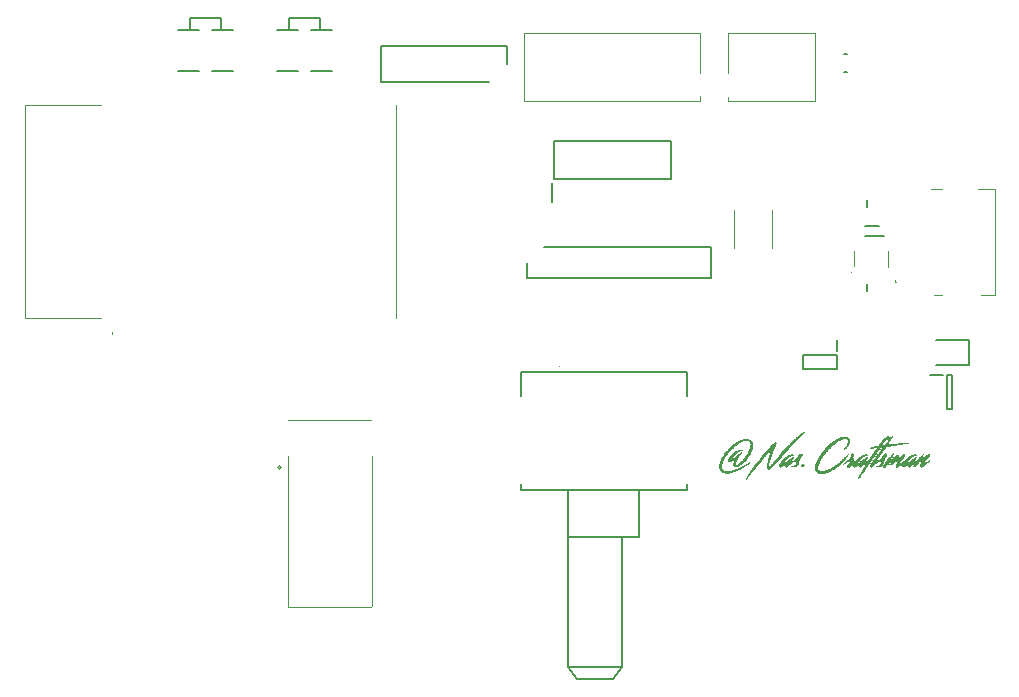
<source format=gto>
G04*
G04 #@! TF.GenerationSoftware,Altium Limited,Altium Designer,20.1.14 (287)*
G04*
G04 Layer_Color=65535*
%FSLAX44Y44*%
%MOMM*%
G71*
G04*
G04 #@! TF.SameCoordinates,99A645DD-A7E4-4CA2-B257-33081834DCFA*
G04*
G04*
G04 #@! TF.FilePolarity,Positive*
G04*
G01*
G75*
%ADD10C,0.1000*%
%ADD11C,0.2000*%
G36*
X2030159Y873214D02*
X2030194Y873179D01*
X2030263Y873075D01*
X2030298Y873005D01*
Y872866D01*
X2030263Y872728D01*
X2030228Y872519D01*
Y872484D01*
X2030159Y872380D01*
X2030090Y872241D01*
X2030020Y872068D01*
X2029881Y871825D01*
X2029777Y871547D01*
X2029430Y870957D01*
X2029395Y870922D01*
X2029361Y870818D01*
X2029256Y870679D01*
X2029117Y870471D01*
X2028978Y870228D01*
X2028805Y869950D01*
X2028423Y869359D01*
X2028388Y869325D01*
X2028319Y869221D01*
X2028215Y869047D01*
X2028076Y868839D01*
X2027902Y868596D01*
X2027694Y868318D01*
X2027242Y867693D01*
X2027208Y867658D01*
X2027138Y867554D01*
X2026999Y867380D01*
X2026826Y867137D01*
X2026617Y866894D01*
X2026374Y866582D01*
X2025819Y865853D01*
X2025854D01*
X2025992Y865887D01*
X2026062D01*
X2026178D01*
X2026236D01*
X2026444Y865922D01*
X2026722Y865957D01*
X2027034Y865991D01*
X2027381Y866026D01*
X2027416D01*
X2027555Y866061D01*
X2027763D01*
X2028006Y866096D01*
X2028319Y866130D01*
X2028666Y866165D01*
X2029430Y866269D01*
X2029569D01*
X2029708Y866304D01*
X2029916D01*
X2030159Y866339D01*
X2030437Y866373D01*
X2030749Y866408D01*
X2031131Y866443D01*
X2031930Y866512D01*
X2032798Y866616D01*
X2033701Y866686D01*
X2034638Y866790D01*
X2034742D01*
X2034881Y866825D01*
X2035055D01*
X2035298Y866860D01*
X2035541Y866894D01*
X2035853D01*
X2036201Y866929D01*
X2036965Y867033D01*
X2037833Y867103D01*
X2038770Y867172D01*
X2039742Y867276D01*
X2039916D01*
X2040090Y867311D01*
X2040332D01*
X2040610Y867346D01*
X2040888Y867380D01*
X2041513Y867415D01*
X2041652D01*
X2041791Y867450D01*
X2041999D01*
X2042416Y867485D01*
X2042867Y867519D01*
X2043110D01*
X2043353Y867554D01*
X2043631Y867519D01*
X2043874D01*
X2044117Y867485D01*
X2044291Y867415D01*
X2044360Y867380D01*
Y867311D01*
Y867241D01*
X2044291Y867207D01*
X2044221Y867103D01*
X2044048Y866998D01*
X2043805Y866894D01*
X2043457Y866790D01*
X2043006Y866651D01*
X2042902D01*
X2042763Y866616D01*
X2042590Y866582D01*
X2042381Y866547D01*
X2042103Y866512D01*
X2041826Y866443D01*
X2041478Y866408D01*
X2041444D01*
X2041340Y866373D01*
X2041166D01*
X2040923Y866304D01*
X2040645Y866269D01*
X2040367Y866235D01*
X2039742Y866096D01*
X2039708D01*
X2039638Y866061D01*
X2039499D01*
X2039326Y866026D01*
X2039117Y865991D01*
X2038840Y865957D01*
X2038562Y865887D01*
X2038215Y865853D01*
X2037485Y865714D01*
X2036652Y865575D01*
X2035784Y865436D01*
X2034881Y865262D01*
X2034777D01*
X2034638Y865228D01*
X2034465Y865193D01*
X2034256Y865158D01*
X2033978Y865123D01*
X2033666Y865089D01*
X2033353Y865019D01*
X2032555Y864915D01*
X2031687Y864776D01*
X2030715Y864603D01*
X2029708Y864464D01*
X2029638D01*
X2029465Y864429D01*
X2029222Y864394D01*
X2028874Y864325D01*
X2028458Y864290D01*
X2028041Y864221D01*
X2027069Y864082D01*
X2026999D01*
X2026861Y864047D01*
X2026617Y864012D01*
X2026305Y863978D01*
X2025923Y863943D01*
X2025541Y863873D01*
X2024708Y863769D01*
X2024673Y863735D01*
X2024569Y863561D01*
X2024430Y863353D01*
X2024222Y863075D01*
X2024013Y862728D01*
X2023770Y862380D01*
X2023215Y861617D01*
X2023180Y861582D01*
X2023111Y861443D01*
X2022972Y861304D01*
X2022833Y861096D01*
X2022694Y860922D01*
X2022555Y860748D01*
X2022416Y860644D01*
X2022312Y860575D01*
Y860540D01*
X2022277Y860505D01*
X2022208Y860401D01*
X2022138Y860262D01*
X2021895Y859915D01*
X2021617Y859464D01*
X2021270Y858943D01*
X2020888Y858387D01*
X2020055Y857207D01*
X2020020Y857137D01*
X2019881Y856964D01*
X2019638Y856686D01*
X2019361Y856304D01*
X2019048Y855887D01*
X2018666Y855436D01*
X2017902Y854499D01*
X2017867Y854429D01*
X2017729Y854290D01*
X2017555Y854047D01*
X2017312Y853700D01*
X2017034Y853318D01*
X2016687Y852867D01*
X2016340Y852381D01*
X2015993Y851860D01*
X2015958Y851790D01*
X2015819Y851617D01*
X2015645Y851374D01*
X2015402Y851061D01*
X2015125Y850749D01*
X2014847Y850367D01*
X2014812Y850332D01*
X2015090Y850540D01*
X2015402Y850783D01*
X2015784Y851061D01*
X2015854Y851096D01*
X2015993Y851200D01*
X2016201Y851339D01*
X2016479Y851512D01*
X2016826Y851756D01*
X2017208Y851999D01*
X2017550Y852207D01*
X2017590Y852242D01*
X2017972Y852554D01*
X2018354Y852901D01*
X2019256Y853665D01*
X2019326Y853700D01*
X2019465Y853874D01*
X2019708Y854082D01*
X2019986Y854360D01*
X2020298Y854707D01*
X2020645Y855089D01*
X2020958Y855471D01*
X2021270Y855887D01*
Y855922D01*
X2021340Y855992D01*
X2021479Y856200D01*
X2021652Y856443D01*
X2021826Y856721D01*
X2021861Y856790D01*
X2021999Y856964D01*
X2022173Y857207D01*
X2022416Y857519D01*
X2022486Y857589D01*
X2022659Y857728D01*
X2022902Y857936D01*
X2023215Y858144D01*
X2023249D01*
X2023284Y858179D01*
X2023388Y858249D01*
X2023527Y858283D01*
X2023840Y858387D01*
X2024256Y858422D01*
X2024361D01*
X2024569Y858387D01*
X2024847Y858249D01*
X2025020Y858179D01*
X2025159Y858040D01*
X2025194D01*
X2025229Y857971D01*
X2025367Y857797D01*
X2025506Y857485D01*
X2025576Y857137D01*
Y857103D01*
Y857068D01*
Y856894D01*
X2025541Y856651D01*
X2025437Y856374D01*
X2025402Y856339D01*
X2025333Y856200D01*
X2025194Y855992D01*
X2025020Y855818D01*
X2024986Y855783D01*
X2024881Y855679D01*
X2024708Y855540D01*
X2024534Y855401D01*
X2024499Y855367D01*
X2024395Y855262D01*
X2024256Y855124D01*
X2024152Y854915D01*
Y854881D01*
X2024117Y854846D01*
X2024013Y854637D01*
X2023874Y854360D01*
X2023701Y853978D01*
Y853943D01*
X2023666Y853874D01*
X2023631Y853769D01*
X2023562Y853631D01*
X2023423Y853249D01*
X2023284Y852762D01*
Y852728D01*
X2023249Y852658D01*
X2023215Y852554D01*
X2023180Y852450D01*
X2023076Y852103D01*
X2022937Y851686D01*
Y851651D01*
X2022902Y851582D01*
Y851478D01*
X2022867Y851339D01*
X2022763Y850992D01*
X2022659Y850575D01*
Y850540D01*
X2022590Y850367D01*
X2022520Y850158D01*
X2022416Y849881D01*
X2022277Y849568D01*
X2022104Y849186D01*
X2021687Y848457D01*
X2021652Y848422D01*
X2021583Y848283D01*
X2021409Y848110D01*
X2021236Y847901D01*
X2020992Y847658D01*
X2020715Y847415D01*
X2020367Y847172D01*
X2020020Y846964D01*
X2019951Y846929D01*
X2019812Y846894D01*
X2019569Y846790D01*
X2019256Y846686D01*
X2018909Y846617D01*
X2018492Y846513D01*
X2018041Y846478D01*
X2017486D01*
X2017381Y846513D01*
X2017242Y846547D01*
X2016895Y846651D01*
X2016583Y846790D01*
X2016513Y846825D01*
X2016444Y846860D01*
X2016409Y846894D01*
X2016340Y846929D01*
X2016236Y846999D01*
X2016097Y847068D01*
X2016062Y847103D01*
X2015958Y847138D01*
X2015854Y847242D01*
X2015715Y847381D01*
X2015680Y847415D01*
X2015645Y847519D01*
X2015611Y847658D01*
Y847832D01*
X2015645Y847867D01*
X2015750Y847936D01*
X2015888Y847971D01*
X2016027D01*
X2016166Y847936D01*
X2016236D01*
X2016375Y847901D01*
X2016513Y847867D01*
X2016583Y847832D01*
X2016652D01*
X2016826Y847797D01*
X2017104Y847763D01*
X2017416Y847728D01*
X2017520D01*
X2017659Y847763D01*
X2017833Y847797D01*
X2018215Y847936D01*
X2018631Y848144D01*
X2018666Y848179D01*
X2018736Y848214D01*
X2018840Y848318D01*
X2018979Y848457D01*
X2019291Y848804D01*
X2019638Y849221D01*
X2019673Y849256D01*
X2019708Y849325D01*
X2019777Y849464D01*
X2019847Y849638D01*
X2020020Y850054D01*
X2020159Y850506D01*
Y850540D01*
X2020194Y850610D01*
Y850749D01*
X2020229Y850957D01*
X2020298Y851408D01*
X2020367Y851929D01*
Y851964D01*
X2020402Y852033D01*
Y852172D01*
X2020437Y852346D01*
X2020506Y852693D01*
X2020567Y852997D01*
X2020506Y852936D01*
X2020437Y852797D01*
X2020333Y852624D01*
X2020125Y852415D01*
X2019916Y852172D01*
X2019604Y851894D01*
X2019222Y851617D01*
X2019187Y851582D01*
X2019048Y851478D01*
X2018805Y851339D01*
X2018527Y851165D01*
X2018215Y850957D01*
X2017833Y850714D01*
X2017069Y850228D01*
X2017034Y850193D01*
X2016895Y850124D01*
X2016722Y850019D01*
X2016444Y849881D01*
X2016230Y849747D01*
X2016062Y849603D01*
X2015472Y849151D01*
X2015437Y849117D01*
X2015333Y849047D01*
X2015194Y848908D01*
X2014986Y848769D01*
X2014777Y848561D01*
X2014500Y848353D01*
X2013944Y847867D01*
X2013909Y847832D01*
X2013805Y847728D01*
X2013631Y847589D01*
X2013458Y847415D01*
X2013423Y847381D01*
X2013284Y847242D01*
X2013076Y847068D01*
X2012833Y846825D01*
X2012798Y846790D01*
X2012659Y846721D01*
X2012486Y846582D01*
X2012243Y846478D01*
X2012173Y846443D01*
X2012000Y846408D01*
X2011722D01*
X2011375Y846443D01*
X2011340D01*
X2011305Y846478D01*
X2011131Y846582D01*
X2010923Y846721D01*
X2010750Y846999D01*
Y847033D01*
X2010715Y847068D01*
X2010680Y847242D01*
Y847519D01*
X2010715Y847797D01*
Y847832D01*
Y847867D01*
X2010784Y848040D01*
X2010854Y848283D01*
X2010993Y848561D01*
Y848596D01*
X2011027Y848631D01*
X2011097Y848769D01*
X2011201Y848943D01*
X2011305Y849117D01*
Y849151D01*
X2011375Y849221D01*
X2011409Y849325D01*
X2011514Y849429D01*
X2011687Y849742D01*
X2011895Y850054D01*
Y850089D01*
X2011930Y850124D01*
X2012069Y850332D01*
X2012277Y850610D01*
X2012486Y850957D01*
Y850992D01*
X2012555Y851026D01*
X2012590Y851131D01*
X2012694Y851269D01*
X2012902Y851582D01*
X2013215Y852033D01*
X2013562Y852519D01*
X2013944Y853110D01*
X2014777Y854290D01*
Y854325D01*
X2014847Y854360D01*
X2014986Y854568D01*
X2015229Y854881D01*
X2015506Y855297D01*
X2015854Y855783D01*
X2016270Y856339D01*
X2016687Y856929D01*
X2017104Y857554D01*
X2017138Y857589D01*
X2017173Y857658D01*
X2017242Y857762D01*
X2017347Y857901D01*
X2017659Y858283D01*
X2018006Y858769D01*
X2018041Y858804D01*
X2018111Y858908D01*
X2018215Y859047D01*
X2018354Y859255D01*
X2018736Y859707D01*
X2019152Y860262D01*
X2019187Y860297D01*
X2019256Y860401D01*
X2019395Y860540D01*
X2019569Y860748D01*
X2019742Y861026D01*
X2019986Y861304D01*
X2020229Y861651D01*
X2020506Y862033D01*
X2020541Y862068D01*
X2020645Y862207D01*
X2020784Y862380D01*
X2020958Y862589D01*
X2021374Y863075D01*
X2021617Y863283D01*
X2021826Y863457D01*
X2021687D01*
X2021583Y863422D01*
X2021444D01*
X2021270Y863387D01*
X2021027Y863353D01*
X2020750Y863318D01*
X2020611D01*
X2020472Y863283D01*
X2020263D01*
X2020020Y863248D01*
X2019742D01*
X2019595Y863231D01*
X2019569Y863179D01*
X2019465Y863005D01*
X2019291Y862762D01*
X2019117Y862485D01*
X2018875Y862137D01*
X2018354Y861373D01*
X2018319Y861339D01*
X2018215Y861200D01*
X2018076Y860957D01*
X2017867Y860679D01*
X2017625Y860297D01*
X2017347Y859880D01*
X2017000Y859394D01*
X2016652Y858839D01*
X2016618Y858804D01*
X2016583Y858735D01*
X2016444Y858561D01*
X2016305Y858387D01*
X2016131Y858144D01*
X2015923Y857867D01*
X2015437Y857242D01*
X2015402Y857207D01*
X2015333Y857103D01*
X2015194Y856894D01*
X2015020Y856686D01*
X2014812Y856408D01*
X2014604Y856096D01*
X2014187Y855401D01*
X2014152Y855367D01*
X2014083Y855262D01*
X2013979Y855054D01*
X2013840Y854846D01*
X2013666Y854533D01*
X2013458Y854221D01*
X2012972Y853526D01*
X2012937Y853492D01*
X2012868Y853353D01*
X2012729Y853144D01*
X2012520Y852867D01*
X2012312Y852554D01*
X2012034Y852172D01*
X2011722Y851721D01*
X2011409Y851269D01*
X2011375Y851200D01*
X2011236Y851026D01*
X2011027Y850714D01*
X2010889Y850506D01*
X2010715Y850263D01*
X2010680Y850228D01*
X2010645Y850124D01*
X2010541Y849985D01*
X2010402Y849811D01*
X2010264Y849568D01*
X2010055Y849256D01*
X2009847Y848943D01*
X2009604Y848596D01*
X2009569Y848561D01*
X2009500Y848422D01*
X2009361Y848249D01*
X2009222Y847971D01*
X2009014Y847693D01*
X2008770Y847346D01*
X2008284Y846582D01*
X2008250Y846547D01*
X2008180Y846408D01*
X2008041Y846200D01*
X2007868Y845957D01*
X2007659Y845679D01*
X2007451Y845332D01*
X2007000Y844638D01*
X2006965Y844603D01*
X2006895Y844499D01*
X2006791Y844290D01*
X2006652Y844082D01*
X2006305Y843561D01*
X2005958Y843006D01*
X2005923Y842971D01*
X2005889Y842901D01*
X2005784Y842763D01*
X2005680Y842589D01*
X2005437Y842242D01*
X2005194Y841895D01*
X2005159Y841860D01*
X2005055Y841721D01*
X2004916Y841513D01*
X2004708Y841270D01*
X2004500Y840957D01*
X2004257Y840610D01*
X2003701Y839881D01*
X2003666Y839846D01*
X2003562Y839707D01*
X2003423Y839499D01*
X2003250Y839256D01*
X2003007Y838943D01*
X2002764Y838596D01*
X2002208Y837902D01*
X2002173Y837832D01*
X2002104Y837763D01*
X2002034Y837658D01*
X2002000Y837624D01*
X2001965Y837554D01*
X2001791Y837381D01*
X2001757Y837346D01*
X2001687Y837277D01*
X2001548Y837207D01*
X2001375Y837068D01*
X2001340Y837033D01*
X2001201Y836999D01*
X2001062Y836929D01*
X2000923D01*
X2000889Y836964D01*
X2000819Y837103D01*
X2000784Y837207D01*
Y837346D01*
X2000819Y837520D01*
X2000854Y837763D01*
Y837797D01*
X2000889Y837867D01*
X2000958Y838006D01*
X2001028Y838179D01*
X2001201Y838596D01*
X2001409Y839082D01*
Y839117D01*
X2001444Y839186D01*
X2001514Y839325D01*
X2001583Y839464D01*
X2001791Y839881D01*
X2002034Y840332D01*
X2002069Y840367D01*
X2002104Y840471D01*
X2002173Y840610D01*
X2002312Y840818D01*
X2002451Y841061D01*
X2002625Y841374D01*
X2002833Y841721D01*
X2003041Y842068D01*
X2003076Y842103D01*
X2003145Y842242D01*
X2003284Y842450D01*
X2003458Y842728D01*
X2003666Y843075D01*
X2003909Y843492D01*
X2004152Y843943D01*
X2004465Y844464D01*
X2004500Y844533D01*
X2004604Y844707D01*
X2004777Y844985D01*
X2004986Y845332D01*
X2005229Y845714D01*
X2005507Y846165D01*
X2006097Y847138D01*
X2006132Y847207D01*
X2006236Y847381D01*
X2006409Y847624D01*
X2006618Y847971D01*
X2006861Y848353D01*
X2007139Y848769D01*
X2007694Y849707D01*
X2007729Y849776D01*
X2007833Y849915D01*
X2007972Y850158D01*
X2008180Y850471D01*
X2008365Y850809D01*
X2008145Y850644D01*
X2007764Y850367D01*
X2007347Y850019D01*
X2006826Y849638D01*
X2006305Y849186D01*
X2005715Y848700D01*
X2005680D01*
X2005645Y848631D01*
X2005437Y848492D01*
X2005125Y848249D01*
X2004812Y847971D01*
X2004743Y847901D01*
X2004569Y847728D01*
X2004291Y847485D01*
X2003944Y847172D01*
X2003909Y847138D01*
X2003875Y847103D01*
X2003770Y846999D01*
X2003597Y846894D01*
X2003562Y846860D01*
X2003458Y846790D01*
X2003354Y846721D01*
X2003284Y846651D01*
X2003215Y846617D01*
X2003041Y846513D01*
X2002764Y846443D01*
X2002590Y846408D01*
X2002416Y846443D01*
X2002382D01*
X2002347Y846478D01*
X2002139Y846513D01*
X2001861Y846651D01*
X2001618Y846860D01*
Y846894D01*
X2001583Y846929D01*
X2001479Y847138D01*
X2001375Y847381D01*
Y847554D01*
Y847693D01*
Y847728D01*
X2001409Y847763D01*
X2001444Y847971D01*
X2001548Y848283D01*
X2001687Y848631D01*
Y848665D01*
X2001722Y848735D01*
X2001791Y848839D01*
X2001861Y849013D01*
X2002069Y849394D01*
X2002132Y849519D01*
X2001965Y849394D01*
X2001930Y849360D01*
X2001861Y849290D01*
X2001722Y849186D01*
X2001583Y849047D01*
X2001132Y848665D01*
X2000645Y848249D01*
X2000611Y848214D01*
X2000541Y848144D01*
X2000403Y848040D01*
X2000229Y847901D01*
X1999778Y847589D01*
X1999291Y847207D01*
X1999257Y847172D01*
X1999187Y847103D01*
X1999048Y846999D01*
X1998840Y846860D01*
X1998805Y846825D01*
X1998666Y846756D01*
X1998458Y846651D01*
X1998250Y846547D01*
X1998215D01*
X1998076Y846513D01*
X1997868Y846478D01*
X1997625Y846443D01*
X1997555D01*
X1997416Y846478D01*
X1997243Y846547D01*
X1997000Y846651D01*
X1996965D01*
X1996930Y846721D01*
X1996791Y846860D01*
X1996618Y847138D01*
X1996583Y847311D01*
X1996548Y847485D01*
Y847519D01*
Y847589D01*
Y847797D01*
X1996583Y848075D01*
X1996653Y848388D01*
Y848422D01*
X1996722Y848561D01*
X1996791Y848769D01*
X1996861Y849047D01*
X1997000Y849360D01*
X1997126Y849612D01*
X1997069Y849568D01*
X1996722Y849325D01*
X1996687Y849290D01*
X1996618Y849221D01*
X1996479Y849117D01*
X1996340Y848978D01*
X1995923Y848631D01*
X1995437Y848179D01*
X1995403Y848144D01*
X1995333Y848075D01*
X1995194Y847971D01*
X1995021Y847797D01*
X1994604Y847415D01*
X1994118Y846929D01*
X1994083Y846894D01*
X1993979Y846790D01*
X1993840Y846686D01*
X1993701Y846547D01*
X1993666Y846513D01*
X1993597Y846443D01*
X1993423Y846339D01*
X1993250Y846200D01*
X1993215D01*
X1993146Y846165D01*
X1993042Y846131D01*
X1992903Y846096D01*
X1992521Y846061D01*
X1992312Y846096D01*
X1992069Y846165D01*
X1992034D01*
X1991965Y846200D01*
X1991757Y846374D01*
X1991548Y846651D01*
X1991479Y846825D01*
X1991444Y847033D01*
Y847068D01*
Y847138D01*
Y847242D01*
Y847381D01*
X1991514Y847728D01*
X1991653Y848110D01*
Y848144D01*
X1991687Y848214D01*
X1991826Y848422D01*
X1992000Y848700D01*
X1992173Y849013D01*
X1992208Y849047D01*
X1992278Y849186D01*
X1992417Y849394D01*
X1992590Y849672D01*
X1992798Y850019D01*
X1993042Y850367D01*
X1993562Y851131D01*
X1993597Y851165D01*
X1993701Y851304D01*
X1993840Y851512D01*
X1994014Y851790D01*
X1994222Y852137D01*
X1994465Y852485D01*
X1994951Y853318D01*
X1994986Y853387D01*
X1995021Y853457D01*
X1994986Y853596D01*
Y853631D01*
X1994951Y853700D01*
Y853769D01*
X1994882Y853665D01*
X1994743Y853492D01*
X1994534Y853283D01*
X1994291Y853040D01*
X1993979Y852728D01*
X1993597Y852415D01*
X1993146Y852068D01*
X1993076Y852033D01*
X1992937Y851894D01*
X1992694Y851721D01*
X1992382Y851512D01*
X1992034Y851235D01*
X1991618Y850957D01*
X1990784Y850367D01*
X1990750Y850332D01*
X1990611Y850263D01*
X1990403Y850124D01*
X1990125Y849950D01*
X1989812Y849776D01*
X1989500Y849568D01*
X1988805Y849186D01*
X1988771D01*
X1988667Y849117D01*
X1988493Y849082D01*
X1988319Y849013D01*
X1988111Y848978D01*
X1987937Y848943D01*
X1987764D01*
X1987660Y849013D01*
Y849082D01*
X1987729Y849221D01*
X1987798Y849325D01*
X1987903Y849464D01*
X1988076Y849603D01*
X1988319Y849776D01*
X1988354Y849811D01*
X1988423Y849881D01*
X1988562Y849985D01*
X1988736Y850089D01*
X1989153Y850436D01*
X1989604Y850818D01*
X1989639Y850853D01*
X1989708Y850922D01*
X1989812Y851026D01*
X1989986Y851200D01*
X1990194Y851374D01*
X1990437Y851582D01*
X1990993Y852068D01*
X1991028Y852103D01*
X1991132Y852172D01*
X1991305Y852311D01*
X1991514Y852519D01*
X1991757Y852728D01*
X1992034Y852936D01*
X1992625Y853457D01*
X1992659Y853492D01*
X1992764Y853596D01*
X1992903Y853735D01*
X1993076Y853908D01*
X1993528Y854325D01*
X1993944Y854776D01*
X1993979Y854811D01*
X1994014Y854881D01*
X1994118Y854985D01*
X1994222Y855124D01*
X1994430Y855401D01*
X1994500Y855540D01*
X1994534Y855679D01*
Y855714D01*
Y855783D01*
Y855853D01*
Y855992D01*
Y856374D01*
Y856825D01*
Y856860D01*
X1994569Y856929D01*
Y857068D01*
X1994639Y857242D01*
X1994812Y857624D01*
X1994916Y857832D01*
X1995090Y858040D01*
X1995125Y858075D01*
X1995159Y858110D01*
X1995264Y858179D01*
X1995403Y858283D01*
X1995750Y858457D01*
X1995958Y858492D01*
X1996201Y858526D01*
X1996305D01*
X1996444Y858492D01*
X1996583Y858457D01*
X1996757Y858353D01*
X1996930Y858249D01*
X1997069Y858075D01*
X1997208Y857832D01*
Y857797D01*
X1997243Y857728D01*
X1997278Y857589D01*
X1997312Y857450D01*
X1997347Y857068D01*
X1997312Y856825D01*
X1997243Y856617D01*
Y856582D01*
X1997208Y856512D01*
X1997173Y856408D01*
X1997104Y856304D01*
X1996965Y855957D01*
X1996791Y855644D01*
Y855610D01*
X1996757Y855575D01*
X1996687Y855401D01*
Y855367D01*
X1996653Y855228D01*
Y855158D01*
X1996687Y855019D01*
X1996757Y854776D01*
X1996826Y854533D01*
X1996861Y854464D01*
X1996930Y854325D01*
X1997069Y854082D01*
X1997208Y853769D01*
Y853735D01*
X1997243Y853665D01*
X1997278Y853526D01*
X1997347Y853353D01*
X1997382Y852936D01*
Y852728D01*
X1997347Y852485D01*
Y852450D01*
X1997312Y852381D01*
Y852276D01*
X1997243Y852137D01*
X1997104Y851756D01*
X1996861Y851374D01*
X1996826Y851339D01*
X1996791Y851269D01*
X1996687Y851165D01*
X1996583Y851026D01*
X1996361Y850721D01*
X1996444Y850783D01*
X1996618Y850922D01*
X1997069Y851200D01*
X1997590Y851547D01*
X1997625D01*
X1997659Y851582D01*
X1997798Y851651D01*
X1998007Y851756D01*
X1998215Y851929D01*
X1998284Y851964D01*
X1998423Y852103D01*
X1998666Y852242D01*
X1998979Y852450D01*
X1999014D01*
X1999083Y852485D01*
X1999118Y852519D01*
X1999257Y852693D01*
X1999430Y852867D01*
X1999847Y853318D01*
X2000298Y853769D01*
X2000333Y853804D01*
X2000403Y853874D01*
X2000611Y854082D01*
X2000889Y854325D01*
X2000993Y854429D01*
X2001097Y854499D01*
X2001132Y854533D01*
X2001201Y854603D01*
X2001305Y854707D01*
X2001444Y854811D01*
X2001861Y855158D01*
X2002347Y855540D01*
X2002382Y855575D01*
X2002486Y855644D01*
X2002625Y855749D01*
X2002833Y855887D01*
X2003076Y856026D01*
X2003354Y856200D01*
X2003944Y856547D01*
X2003979Y856582D01*
X2004083Y856617D01*
X2004257Y856721D01*
X2004500Y856825D01*
X2004743Y856929D01*
X2005055Y857033D01*
X2005715Y857276D01*
X2005750D01*
X2005854Y857311D01*
X2006062Y857380D01*
X2006270Y857415D01*
X2006548Y857485D01*
X2006861Y857519D01*
X2007486Y857554D01*
X2007798D01*
X2008111Y857485D01*
X2008493Y857415D01*
X2008527D01*
X2008597Y857380D01*
X2008840Y857311D01*
X2009118Y857137D01*
X2009361Y856860D01*
X2009395Y856790D01*
X2009465Y856686D01*
X2009500Y856478D01*
Y856443D01*
Y856339D01*
X2009430Y856269D01*
X2009361Y856235D01*
X2009256Y856200D01*
X2009048D01*
X2008979Y856235D01*
X2008840D01*
X2008666Y856269D01*
X2008215Y856304D01*
X2007694Y856235D01*
X2007659D01*
X2007590Y856200D01*
X2007451Y856165D01*
X2007277Y856130D01*
X2006861Y855957D01*
X2006340Y855749D01*
X2006305D01*
X2006236Y855679D01*
X2006097Y855610D01*
X2005923Y855540D01*
X2005541Y855297D01*
X2005090Y854950D01*
X2005055Y854915D01*
X2004986Y854881D01*
X2004882Y854776D01*
X2004708Y854672D01*
X2004291Y854360D01*
X2003805Y853978D01*
X2003770Y853943D01*
X2003701Y853908D01*
X2003597Y853804D01*
X2003458Y853665D01*
X2003111Y853318D01*
X2002659Y852901D01*
X2002625Y852867D01*
X2002555Y852797D01*
X2002416Y852658D01*
X2002278Y852485D01*
X2002104Y852276D01*
X2001895Y852068D01*
X2001444Y851512D01*
X2001409Y851478D01*
X2001340Y851374D01*
X2001236Y851235D01*
X2001097Y851061D01*
X2000923Y850818D01*
X2000715Y850575D01*
X2000333Y849985D01*
X2000298Y849950D01*
X2000264Y849846D01*
X2000159Y849707D01*
X2000020Y849533D01*
X1999743Y849117D01*
X1999430Y848735D01*
X1999465Y848769D01*
X1999569Y848839D01*
X1999708Y849013D01*
X1999916Y849186D01*
X2000194Y849429D01*
X2000541Y849707D01*
X2000958Y850054D01*
X2001409Y850401D01*
X2001479Y850436D01*
X2001653Y850575D01*
X2001895Y850783D01*
X2002243Y851026D01*
X2002625Y851304D01*
X2003041Y851617D01*
X2003979Y852311D01*
X2004014Y852346D01*
X2004083Y852381D01*
X2004187Y852485D01*
X2004361Y852624D01*
X2004777Y852936D01*
X2005264Y853283D01*
X2005298Y853318D01*
X2005368Y853353D01*
X2005507Y853457D01*
X2005680Y853596D01*
X2006132Y853943D01*
X2006583Y854325D01*
X2006618Y854360D01*
X2006722Y854429D01*
X2006861Y854533D01*
X2007034Y854672D01*
X2007069Y854707D01*
X2007208Y854811D01*
X2007416Y854950D01*
X2007625Y855089D01*
X2007694Y855124D01*
X2007798Y855228D01*
X2008007Y855332D01*
X2008180Y855471D01*
X2008215Y855506D01*
X2008319Y855575D01*
X2008458Y855644D01*
X2008597Y855679D01*
X2008805D01*
X2009014Y855644D01*
X2009118Y855575D01*
X2009222Y855471D01*
X2009256Y855436D01*
X2009326Y855297D01*
X2009395Y855089D01*
Y854881D01*
Y854846D01*
X2009361Y854811D01*
X2009326Y854672D01*
X2009187Y854499D01*
X2009152Y854464D01*
X2009083Y854360D01*
X2009014Y854256D01*
X2008909Y854151D01*
Y854117D01*
X2008840Y854082D01*
X2008666Y853874D01*
Y853839D01*
X2008597Y853804D01*
X2008562Y853735D01*
X2008527Y853700D01*
X2008493Y853665D01*
X2008458Y853596D01*
X2008354Y853492D01*
X2008215Y853318D01*
X2007868Y852936D01*
X2007451Y852415D01*
X2007416Y852381D01*
X2007347Y852311D01*
X2007243Y852172D01*
X2007104Y851999D01*
X2006757Y851547D01*
X2006340Y851061D01*
X2006305Y851026D01*
X2006270Y850957D01*
X2006166Y850853D01*
X2006081Y850746D01*
X2006201Y850818D01*
X2006444Y850992D01*
X2006687Y851165D01*
X2007000Y851339D01*
X2007625Y851721D01*
X2007659Y851756D01*
X2007764Y851825D01*
X2007937Y851894D01*
X2008145Y852033D01*
X2008423Y852172D01*
X2008701Y852346D01*
X2009326Y852693D01*
X2009361D01*
X2009395Y852762D01*
X2009534Y852797D01*
X2009692Y852876D01*
X2009881Y853179D01*
X2010055Y853422D01*
X2010194Y853631D01*
X2010229Y853665D01*
X2010264Y853735D01*
X2010333Y853874D01*
X2010472Y854082D01*
X2010611Y854290D01*
X2010784Y854568D01*
X2010958Y854881D01*
X2011166Y855228D01*
X2011652Y855992D01*
X2012173Y856825D01*
X2012763Y857728D01*
X2013354Y858630D01*
X2013388Y858665D01*
X2013423Y858735D01*
X2013527Y858874D01*
X2013631Y859047D01*
X2013770Y859255D01*
X2013944Y859499D01*
X2014361Y860089D01*
X2014847Y860748D01*
X2015402Y861478D01*
X2015993Y862242D01*
X2016583Y862971D01*
X2016479D01*
X2016375Y862936D01*
X2016236Y862901D01*
X2016062D01*
X2015819Y862867D01*
X2015263Y862762D01*
X2014604Y862693D01*
X2013840Y862589D01*
X2013006Y862519D01*
X2012069Y862450D01*
X2011305D01*
X2011131Y862485D01*
X2011097D01*
X2011027Y862554D01*
X2010923Y862623D01*
X2010819Y862797D01*
Y862832D01*
Y862971D01*
X2010854Y863075D01*
X2010958Y863214D01*
X2010993Y863248D01*
X2011062Y863318D01*
X2011166Y863387D01*
X2011270Y863457D01*
X2011305D01*
X2011375Y863492D01*
X2011583Y863596D01*
X2011618Y863630D01*
X2011687Y863665D01*
X2011791Y863700D01*
X2011895D01*
X2012000Y863735D01*
X2012138Y863804D01*
X2012347Y863839D01*
X2012590Y863908D01*
X2012902Y863978D01*
X2013527Y864151D01*
X2013562D01*
X2013701Y864186D01*
X2013875Y864221D01*
X2014118Y864290D01*
X2014395Y864325D01*
X2014708Y864394D01*
X2015402Y864498D01*
X2015472D01*
X2015541Y864533D01*
X2015715Y864568D01*
X2015750D01*
X2015888Y864603D01*
X2016097Y864672D01*
X2016340Y864707D01*
X2016409D01*
X2016548Y864742D01*
X2016791Y864776D01*
X2017034Y864811D01*
X2017104D01*
X2017277Y864846D01*
X2017486Y864880D01*
X2017729Y864915D01*
X2017763Y864950D01*
X2017867Y865089D01*
X2018006Y865262D01*
X2018180Y865540D01*
X2018423Y865818D01*
X2018666Y866165D01*
X2019256Y866964D01*
X2019291Y867033D01*
X2019395Y867172D01*
X2019569Y867380D01*
X2019777Y867658D01*
X2020055Y868005D01*
X2020333Y868387D01*
X2020992Y869186D01*
X2021027Y869221D01*
X2021166Y869359D01*
X2021340Y869603D01*
X2021583Y869846D01*
X2021895Y870158D01*
X2022208Y870505D01*
X2022972Y871234D01*
X2023006Y871269D01*
X2023145Y871408D01*
X2023388Y871582D01*
X2023666Y871825D01*
X2024013Y872068D01*
X2024430Y872346D01*
X2024847Y872623D01*
X2025333Y872901D01*
X2025367D01*
X2025402Y872936D01*
X2025576Y873005D01*
X2025819Y873075D01*
X2026131Y873144D01*
X2026617D01*
X2026861Y873040D01*
X2026930Y873005D01*
X2027069Y872936D01*
X2027208Y872762D01*
X2027347Y872519D01*
X2027381Y872450D01*
X2027416Y872276D01*
X2027451Y871964D01*
X2027381Y871582D01*
Y871547D01*
X2027347Y871478D01*
X2027277Y871373D01*
X2027208Y871269D01*
X2026999Y870922D01*
X2026756Y870609D01*
Y870575D01*
X2026687Y870540D01*
X2026583Y870436D01*
X2026444Y870332D01*
X2026270Y870193D01*
X2025992Y870019D01*
X2025680Y869811D01*
X2025263Y869603D01*
Y869637D01*
X2025298Y869741D01*
X2025333Y869915D01*
X2025402Y870123D01*
X2025541Y870540D01*
X2025576Y870748D01*
X2025645Y870922D01*
Y870957D01*
X2025611Y870922D01*
X2025333Y870679D01*
X2024951Y870297D01*
X2024534Y869880D01*
X2024083Y869359D01*
X2023597Y868804D01*
X2023145Y868214D01*
X2023076Y868144D01*
X2022937Y867936D01*
X2022694Y867658D01*
X2022381Y867276D01*
X2022034Y866825D01*
X2021652Y866339D01*
X2020784Y865366D01*
X2020819D01*
X2020923Y865401D01*
X2021131D01*
X2021374Y865436D01*
X2021687Y865471D01*
X2022104Y865505D01*
X2022520Y865575D01*
X2023041Y865610D01*
X2023111D01*
X2023151Y865618D01*
X2023215Y865714D01*
X2023319Y865853D01*
X2023562Y866165D01*
X2023840Y866547D01*
X2023874Y866582D01*
X2023909Y866616D01*
X2024048Y866790D01*
X2024222Y866998D01*
X2024291Y867068D01*
X2024326Y867137D01*
X2024361Y867207D01*
X2024499Y867380D01*
X2024742Y867623D01*
X2025020Y867971D01*
X2025367Y868387D01*
X2025749Y868873D01*
X2026131Y869394D01*
X2026583Y869950D01*
Y869984D01*
X2026652Y870019D01*
X2026791Y870228D01*
X2027034Y870505D01*
X2027347Y870887D01*
X2027728Y871304D01*
X2028180Y871790D01*
X2028666Y872311D01*
X2029152Y872797D01*
X2029187Y872832D01*
X2029222Y872866D01*
X2029326Y872936D01*
X2029361Y872971D01*
X2029430Y873005D01*
X2029569Y873109D01*
X2029708Y873179D01*
X2029742Y873214D01*
X2029847Y873248D01*
X2029985D01*
X2030159Y873214D01*
D02*
G37*
G36*
X1990368Y872589D02*
X1990611Y872554D01*
X1990923Y872519D01*
X1991271Y872415D01*
X1991653Y872276D01*
X1992069Y872103D01*
X1992451Y871894D01*
X1992486Y871859D01*
X1992625Y871755D01*
X1992798Y871616D01*
X1993007Y871443D01*
X1993215Y871200D01*
X1993423Y870887D01*
X1993597Y870575D01*
X1993736Y870228D01*
Y870193D01*
X1993771Y870054D01*
X1993805Y869880D01*
X1993875Y869603D01*
X1993909Y869325D01*
Y868978D01*
Y868596D01*
X1993875Y868214D01*
Y868179D01*
X1993840Y868040D01*
X1993805Y867832D01*
X1993771Y867589D01*
X1993701Y867276D01*
X1993597Y866929D01*
X1993458Y866582D01*
X1993284Y866200D01*
X1993250Y866165D01*
X1993215Y866026D01*
X1993111Y865853D01*
X1992972Y865610D01*
X1992833Y865332D01*
X1992625Y865019D01*
X1992173Y864394D01*
Y864360D01*
X1992104Y864290D01*
X1992034Y864186D01*
X1991930Y864047D01*
X1991618Y863665D01*
X1991236Y863248D01*
X1991201Y863214D01*
X1991132Y863144D01*
X1991028Y863040D01*
X1990889Y862901D01*
X1990507Y862554D01*
X1990055Y862172D01*
X1990021Y862137D01*
X1989882Y862068D01*
X1989847D01*
X1989812Y861998D01*
X1989708Y861929D01*
X1989535Y861825D01*
X1989500Y861790D01*
X1989361Y861755D01*
X1989153Y861651D01*
X1988910Y861582D01*
X1988840D01*
X1988736Y861617D01*
X1988667Y861686D01*
X1988597Y861790D01*
X1988562Y861964D01*
X1988528Y862172D01*
X1988562Y862137D01*
Y862068D01*
Y861998D01*
X1988597Y862103D01*
X1988667Y862172D01*
X1988736Y862242D01*
X1988771Y862276D01*
X1988805Y862346D01*
X1988910Y862450D01*
X1989014Y862589D01*
X1989257Y862901D01*
X1989535Y863248D01*
Y863283D01*
X1989604Y863318D01*
X1989743Y863526D01*
X1989917Y863804D01*
X1990125Y864082D01*
Y864117D01*
X1990159Y864151D01*
X1990298Y864325D01*
X1990472Y864568D01*
X1990646Y864846D01*
Y864880D01*
X1990680Y864915D01*
X1990784Y865089D01*
X1990923Y865332D01*
X1991097Y865610D01*
Y865644D01*
X1991132Y865714D01*
X1991201Y865853D01*
X1991271Y865991D01*
X1991479Y866408D01*
X1991687Y866929D01*
Y866964D01*
X1991722Y867068D01*
X1991792Y867207D01*
X1991861Y867380D01*
X1991965Y867866D01*
X1992034Y868353D01*
Y868387D01*
Y868457D01*
Y868596D01*
Y868769D01*
X1991965Y869151D01*
X1991826Y869533D01*
Y869568D01*
X1991757Y869637D01*
X1991687Y869707D01*
X1991583Y869846D01*
X1991444Y869950D01*
X1991271Y870089D01*
X1991028Y870228D01*
X1990750Y870332D01*
X1990715D01*
X1990611Y870366D01*
X1990472D01*
X1990264Y870401D01*
X1989743D01*
X1989153Y870366D01*
X1989118D01*
X1989014Y870332D01*
X1988875D01*
X1988667Y870297D01*
X1988423Y870228D01*
X1988146Y870193D01*
X1987555Y870019D01*
X1987521D01*
X1987417Y869984D01*
X1987278Y869915D01*
X1987069Y869846D01*
X1986826Y869776D01*
X1986548Y869672D01*
X1985993Y869429D01*
X1985958D01*
X1985854Y869359D01*
X1985715Y869290D01*
X1985507Y869221D01*
X1985055Y869012D01*
X1984500Y868769D01*
X1984465Y868735D01*
X1984361Y868700D01*
X1984222Y868596D01*
X1983979Y868491D01*
X1983736Y868318D01*
X1983423Y868144D01*
X1983076Y867936D01*
X1982694Y867693D01*
X1981826Y867103D01*
X1980889Y866443D01*
X1979917Y865644D01*
X1978944Y864811D01*
X1978910Y864776D01*
X1978840Y864707D01*
X1978701Y864568D01*
X1978528Y864394D01*
X1978285Y864186D01*
X1978007Y863943D01*
X1977729Y863630D01*
X1977382Y863318D01*
X1976653Y862554D01*
X1975854Y861721D01*
X1975056Y860818D01*
X1974222Y859880D01*
X1974187Y859811D01*
X1974014Y859637D01*
X1973806Y859360D01*
X1973528Y859012D01*
X1973181Y858596D01*
X1972833Y858144D01*
X1972035Y857137D01*
X1972000Y857068D01*
X1971861Y856894D01*
X1971653Y856617D01*
X1971410Y856269D01*
X1971097Y855853D01*
X1970785Y855367D01*
X1970438Y854846D01*
X1970090Y854290D01*
X1970056Y854221D01*
X1969951Y854047D01*
X1969778Y853735D01*
X1969535Y853353D01*
X1969292Y852901D01*
X1969014Y852415D01*
X1968736Y851860D01*
X1968458Y851269D01*
X1968424Y851200D01*
X1968354Y850992D01*
X1968215Y850714D01*
X1968042Y850297D01*
X1967868Y849811D01*
X1967660Y849256D01*
X1967451Y848665D01*
X1967278Y848040D01*
Y848006D01*
X1967243Y847901D01*
X1967208Y847763D01*
X1967174Y847554D01*
X1967104Y847311D01*
X1967070Y847033D01*
X1967000Y846408D01*
Y846374D01*
Y846270D01*
Y846096D01*
Y845888D01*
X1967035Y845610D01*
X1967104Y845332D01*
X1967174Y845054D01*
X1967313Y844742D01*
X1967347Y844707D01*
X1967382Y844638D01*
X1967486Y844533D01*
X1967625Y844395D01*
X1967972Y844082D01*
X1968215Y843943D01*
X1968458Y843839D01*
X1968493D01*
X1968597Y843804D01*
X1968736Y843770D01*
X1968945Y843700D01*
X1969153Y843665D01*
X1969431Y843631D01*
X1970056Y843596D01*
X1970403D01*
X1970611Y843631D01*
X1970889D01*
X1971201Y843700D01*
X1971861Y843804D01*
X1971896D01*
X1972000Y843839D01*
X1972174Y843874D01*
X1972417Y843943D01*
X1972903Y844082D01*
X1973458Y844221D01*
X1973493D01*
X1973562Y844256D01*
X1973701Y844325D01*
X1973910Y844395D01*
X1974153Y844464D01*
X1974431Y844568D01*
X1974743Y844707D01*
X1975056Y844846D01*
X1975819Y845158D01*
X1976653Y845540D01*
X1977556Y845957D01*
X1978424Y846443D01*
X1978458D01*
X1978528Y846513D01*
X1978667Y846582D01*
X1978840Y846686D01*
X1979049Y846790D01*
X1979292Y846964D01*
X1979882Y847311D01*
X1980576Y847763D01*
X1981340Y848249D01*
X1982139Y848839D01*
X1982972Y849429D01*
X1983007Y849464D01*
X1983076Y849499D01*
X1983181Y849603D01*
X1983354Y849742D01*
X1983562Y849881D01*
X1983771Y850054D01*
X1984326Y850540D01*
X1984986Y851061D01*
X1985715Y851686D01*
X1986479Y852346D01*
X1987243Y853075D01*
X1987278Y853110D01*
X1987347Y853179D01*
X1987451Y853283D01*
X1987590Y853422D01*
X1987798Y853596D01*
X1988007Y853804D01*
X1988562Y854325D01*
X1989187Y854950D01*
X1989917Y855644D01*
X1990680Y856408D01*
X1991514Y857207D01*
Y857242D01*
X1991548Y857276D01*
X1991618Y857346D01*
X1991653Y857380D01*
X1991687Y857415D01*
X1991826Y857554D01*
X1991861Y857589D01*
X1991930Y857624D01*
X1992034Y857728D01*
X1992173Y857797D01*
X1992208Y857832D01*
X1992347D01*
X1992521Y857797D01*
X1992625Y857762D01*
X1992729Y857658D01*
Y857589D01*
X1992659Y857415D01*
X1992590Y857172D01*
X1992451Y856894D01*
X1992417Y856825D01*
X1992312Y856651D01*
X1992173Y856408D01*
X1991965Y856130D01*
X1991930Y856096D01*
X1991861Y855957D01*
X1991722Y855749D01*
X1991548Y855471D01*
X1991305Y855124D01*
X1991028Y854742D01*
X1990750Y854325D01*
X1990403Y853874D01*
X1990368Y853804D01*
X1990229Y853665D01*
X1990055Y853457D01*
X1989812Y853144D01*
X1989535Y852832D01*
X1989257Y852485D01*
X1988597Y851790D01*
X1988562Y851756D01*
X1988493Y851686D01*
X1988354Y851547D01*
X1988180Y851339D01*
X1987972Y851096D01*
X1987694Y850853D01*
X1987417Y850540D01*
X1987069Y850193D01*
X1986340Y849464D01*
X1985472Y848665D01*
X1984569Y847867D01*
X1983597Y847068D01*
X1983562Y847033D01*
X1983493Y846964D01*
X1983354Y846860D01*
X1983146Y846721D01*
X1982903Y846547D01*
X1982625Y846339D01*
X1982312Y846096D01*
X1981931Y845853D01*
X1981097Y845263D01*
X1980194Y844672D01*
X1979187Y844047D01*
X1978111Y843422D01*
X1978042Y843388D01*
X1977903Y843318D01*
X1977625Y843179D01*
X1977278Y843006D01*
X1976861Y842797D01*
X1976410Y842589D01*
X1975854Y842346D01*
X1975299Y842103D01*
X1975229Y842068D01*
X1975021Y841999D01*
X1974708Y841860D01*
X1974326Y841721D01*
X1973840Y841582D01*
X1973285Y841408D01*
X1972695Y841235D01*
X1972070Y841096D01*
X1972000D01*
X1971792Y841027D01*
X1971445Y840992D01*
X1971028Y840922D01*
X1970542Y840888D01*
X1969951Y840853D01*
X1969361D01*
X1968736Y840888D01*
X1968667D01*
X1968458Y840922D01*
X1968146Y841027D01*
X1967764Y841165D01*
X1967278Y841339D01*
X1966792Y841617D01*
X1966271Y841999D01*
X1965750Y842450D01*
X1965715Y842485D01*
X1965611Y842554D01*
X1965472Y842658D01*
X1965299Y842832D01*
X1965125Y843040D01*
X1964917Y843318D01*
X1964743Y843631D01*
X1964570Y843978D01*
Y844013D01*
X1964500Y844151D01*
X1964465Y844360D01*
X1964396Y844638D01*
X1964326Y844985D01*
X1964257Y845332D01*
X1964222Y845749D01*
X1964188Y846165D01*
Y846200D01*
Y846374D01*
Y846582D01*
X1964222Y846860D01*
X1964257Y847207D01*
X1964292Y847589D01*
X1964431Y848422D01*
Y848492D01*
X1964465Y848631D01*
X1964535Y848839D01*
X1964604Y849117D01*
X1964674Y849429D01*
X1964778Y849776D01*
X1965021Y850471D01*
Y850506D01*
X1965090Y850610D01*
X1965160Y850818D01*
X1965264Y851061D01*
X1965368Y851339D01*
X1965542Y851686D01*
X1965715Y852103D01*
X1965889Y852519D01*
X1966375Y853492D01*
X1966896Y854533D01*
X1967521Y855644D01*
X1968215Y856721D01*
X1968250Y856755D01*
X1968320Y856860D01*
X1968424Y856999D01*
X1968563Y857207D01*
X1968736Y857450D01*
X1968945Y857762D01*
X1969188Y858110D01*
X1969465Y858492D01*
X1970090Y859325D01*
X1970820Y860228D01*
X1971618Y861200D01*
X1972451Y862207D01*
X1972486Y862242D01*
X1972556Y862311D01*
X1972695Y862450D01*
X1972868Y862658D01*
X1973076Y862867D01*
X1973320Y863144D01*
X1973597Y863457D01*
X1973945Y863769D01*
X1974674Y864498D01*
X1975507Y865332D01*
X1976410Y866165D01*
X1977382Y867033D01*
X1977417Y867068D01*
X1977521Y867137D01*
X1977660Y867241D01*
X1977833Y867415D01*
X1978111Y867623D01*
X1978389Y867832D01*
X1978736Y868075D01*
X1979118Y868353D01*
X1979535Y868665D01*
X1979986Y868978D01*
X1980958Y869603D01*
X1982035Y870262D01*
X1983181Y870887D01*
X1983215Y870922D01*
X1983319Y870957D01*
X1983528Y871061D01*
X1983771Y871165D01*
X1984048Y871269D01*
X1984396Y871443D01*
X1984812Y871582D01*
X1985229Y871755D01*
X1985298Y871790D01*
X1985437Y871825D01*
X1985680Y871929D01*
X1985993Y871998D01*
X1986340Y872137D01*
X1986757Y872241D01*
X1987660Y872450D01*
X1987729D01*
X1987868Y872484D01*
X1988111Y872519D01*
X1988458Y872554D01*
X1988805Y872589D01*
X1989257Y872623D01*
X1990229D01*
X1990368Y872589D01*
D02*
G37*
G36*
X1907105Y870575D02*
X1907591Y870505D01*
X1908077Y870401D01*
X1908598Y870228D01*
X1908633D01*
X1908772Y870158D01*
X1908980Y870054D01*
X1909223Y869915D01*
X1909536Y869741D01*
X1909848Y869498D01*
X1910230Y869221D01*
X1910577Y868873D01*
X1910612Y868839D01*
X1910751Y868700D01*
X1910890Y868526D01*
X1911098Y868248D01*
X1911306Y867936D01*
X1911515Y867554D01*
X1911723Y867103D01*
X1911862Y866651D01*
Y866616D01*
X1911897Y866443D01*
X1911966Y866200D01*
X1912001Y865922D01*
X1912036Y865540D01*
X1912070Y865158D01*
X1912105Y864707D01*
X1912070Y864255D01*
Y864186D01*
X1912036Y864047D01*
X1912001Y863804D01*
X1911966Y863491D01*
X1911897Y863144D01*
X1911792Y862693D01*
X1911654Y862242D01*
X1911480Y861755D01*
X1911445Y861686D01*
X1911411Y861512D01*
X1911306Y861269D01*
X1911167Y860922D01*
X1910994Y860505D01*
X1910820Y860054D01*
X1910334Y859047D01*
X1910299Y858978D01*
X1910230Y858804D01*
X1910091Y858561D01*
X1909883Y858214D01*
X1909674Y857797D01*
X1909397Y857380D01*
X1908806Y856408D01*
X1908772Y856374D01*
X1908737Y856269D01*
X1908633Y856130D01*
X1908494Y855922D01*
X1908320Y855679D01*
X1908112Y855401D01*
X1907869Y855054D01*
X1907591Y854707D01*
X1906966Y853908D01*
X1906272Y853040D01*
X1905473Y852137D01*
X1904640Y851269D01*
X1904605Y851235D01*
X1904536Y851165D01*
X1904397Y851061D01*
X1904223Y850887D01*
X1904015Y850679D01*
X1903737Y850471D01*
X1903425Y850193D01*
X1903077Y849915D01*
X1902661Y849603D01*
X1902244Y849290D01*
X1901272Y848631D01*
X1900195Y847936D01*
X1899015Y847242D01*
X1898980D01*
X1898911Y847207D01*
X1898806Y847138D01*
X1898668Y847068D01*
X1898251Y846894D01*
X1897765Y846756D01*
X1897730D01*
X1897661Y846721D01*
X1897522D01*
X1897348Y846686D01*
X1896897D01*
X1896411Y846721D01*
X1896376D01*
X1896306Y846756D01*
X1896168Y846790D01*
X1896029Y846825D01*
X1895681Y847033D01*
X1895473Y847172D01*
X1895300Y847346D01*
Y847381D01*
X1895230Y847450D01*
X1895161Y847589D01*
X1895091Y847763D01*
X1895022Y847971D01*
X1894952Y848249D01*
X1894918Y848561D01*
Y848943D01*
Y848978D01*
Y849012D01*
Y849117D01*
X1894952Y849221D01*
Y849394D01*
X1894987Y849603D01*
X1895022Y849811D01*
X1895056Y850089D01*
Y850124D01*
X1895091Y850228D01*
X1895126Y850401D01*
X1895161Y850610D01*
X1895230Y850853D01*
X1895300Y851131D01*
X1895473Y851790D01*
Y851825D01*
X1895508Y851964D01*
X1895577Y852137D01*
X1895681Y852381D01*
X1895751Y852693D01*
X1895890Y853006D01*
X1896168Y853735D01*
X1896202Y853769D01*
X1896212Y853807D01*
X1896098Y853665D01*
X1895786Y853318D01*
X1895751Y853283D01*
X1895647Y853144D01*
X1895439Y852971D01*
X1895195Y852762D01*
X1894918Y852485D01*
X1894605Y852207D01*
X1893876Y851617D01*
X1893841Y851582D01*
X1893772Y851547D01*
X1893668Y851443D01*
X1893494Y851339D01*
X1893112Y851131D01*
X1892626Y850922D01*
X1892591D01*
X1892522Y850887D01*
X1892001D01*
X1891758Y850957D01*
X1891480Y851061D01*
X1891202Y851200D01*
X1891168D01*
X1891133Y851269D01*
X1890925Y851443D01*
X1890751Y851756D01*
X1890682Y851964D01*
X1890647Y852207D01*
Y852242D01*
Y852346D01*
Y852450D01*
X1890682Y852624D01*
X1890716Y853040D01*
X1890820Y853457D01*
X1890855Y853526D01*
X1890890Y853665D01*
X1890994Y853943D01*
X1891133Y854255D01*
X1891341Y854637D01*
X1891550Y855054D01*
X1891827Y855471D01*
X1892140Y855922D01*
X1892175Y855992D01*
X1892314Y856130D01*
X1892487Y856339D01*
X1892765Y856651D01*
X1893077Y856999D01*
X1893425Y857346D01*
X1893807Y857762D01*
X1894223Y858144D01*
X1894293Y858179D01*
X1894431Y858318D01*
X1894640Y858526D01*
X1894952Y858769D01*
X1895334Y859047D01*
X1895716Y859360D01*
X1896168Y859637D01*
X1896654Y859950D01*
X1896723Y859985D01*
X1896862Y860089D01*
X1897140Y860228D01*
X1897452Y860401D01*
X1897834Y860610D01*
X1898251Y860818D01*
X1899154Y861235D01*
X1899223Y861269D01*
X1899397Y861304D01*
X1899640Y861373D01*
X1899987Y861443D01*
X1900022D01*
X1900056Y861478D01*
X1900300Y861512D01*
X1900612Y861582D01*
X1900959Y861617D01*
X1901619D01*
X1901966Y861547D01*
X1902001D01*
X1902036Y861512D01*
X1902244Y861443D01*
X1902522Y861304D01*
X1902834Y861096D01*
X1902869Y861061D01*
X1902938Y860957D01*
X1902973Y860922D01*
X1903077Y860748D01*
Y860714D01*
X1903112Y860679D01*
X1903147Y860575D01*
X1903112Y860401D01*
Y860367D01*
X1903042Y860297D01*
X1902869Y860228D01*
X1902626D01*
X1902556Y860262D01*
X1902383Y860297D01*
X1902175Y860367D01*
X1901931Y860401D01*
X1901862D01*
X1901723Y860367D01*
X1901480Y860332D01*
X1901168Y860228D01*
X1900820Y860123D01*
X1900404Y859950D01*
X1899987Y859742D01*
X1899570Y859498D01*
X1899536Y859464D01*
X1899397Y859360D01*
X1899188Y859221D01*
X1898911Y859047D01*
X1898598Y858804D01*
X1898251Y858561D01*
X1897556Y857971D01*
X1897522Y857936D01*
X1897383Y857797D01*
X1897140Y857624D01*
X1896897Y857380D01*
X1896584Y857068D01*
X1896237Y856755D01*
X1895508Y856026D01*
X1895473Y855992D01*
X1895334Y855853D01*
X1895161Y855644D01*
X1894918Y855367D01*
X1894640Y855054D01*
X1894327Y854672D01*
X1894015Y854290D01*
X1893668Y853839D01*
Y853804D01*
X1893633Y853769D01*
X1893494Y853596D01*
X1893320Y853353D01*
X1893147Y853110D01*
X1893112Y853075D01*
X1893099Y853055D01*
X1893425Y853283D01*
X1893876Y853561D01*
X1893911Y853596D01*
X1893980Y853630D01*
X1894119Y853700D01*
X1894293Y853804D01*
X1894709Y854047D01*
X1895161Y854360D01*
X1895195Y854394D01*
X1895265Y854429D01*
X1895369Y854533D01*
X1895508Y854637D01*
X1895890Y854915D01*
X1896272Y855262D01*
X1896306Y855297D01*
X1896376Y855332D01*
X1896480Y855436D01*
X1896619Y855575D01*
X1897036Y855922D01*
X1897487Y856339D01*
X1897556Y856408D01*
X1897661Y856512D01*
X1897869Y856686D01*
X1897938Y856721D01*
X1898077Y856860D01*
X1898320Y857033D01*
X1898598Y857242D01*
X1898633D01*
X1898668Y857276D01*
X1898876Y857450D01*
X1899188Y857658D01*
X1899605Y857971D01*
X1899640Y858005D01*
X1899709Y858040D01*
X1899813Y858144D01*
X1899952Y858248D01*
X1900334Y858492D01*
X1900716Y858735D01*
X1900751D01*
X1900820Y858804D01*
X1900890Y858839D01*
X1901029Y858908D01*
X1901341Y859082D01*
X1901688Y859255D01*
X1901723D01*
X1901758Y859290D01*
X1901966Y859360D01*
X1902209Y859394D01*
X1902487Y859360D01*
X1902556Y859325D01*
X1902626Y859221D01*
X1902695Y859047D01*
Y858943D01*
X1902661Y858804D01*
X1902626Y858735D01*
X1902591Y858596D01*
X1902487Y858422D01*
X1902383Y858318D01*
X1902348Y858283D01*
X1902209Y858179D01*
X1902036Y858040D01*
X1901758Y857832D01*
X1901480Y857554D01*
X1901168Y857242D01*
X1900855Y856860D01*
X1900508Y856478D01*
X1900473Y856443D01*
X1900369Y856304D01*
X1900195Y856061D01*
X1900022Y855783D01*
X1899779Y855436D01*
X1899536Y855054D01*
X1899015Y854186D01*
X1898980Y854151D01*
X1898911Y853978D01*
X1898772Y853769D01*
X1898633Y853457D01*
X1898425Y853110D01*
X1898251Y852693D01*
X1897834Y851825D01*
X1897800Y851790D01*
X1897765Y851617D01*
X1897661Y851408D01*
X1897556Y851131D01*
X1897452Y850783D01*
X1897314Y850436D01*
X1897105Y849707D01*
Y849672D01*
X1897070Y849568D01*
X1897036Y849394D01*
X1896966Y849221D01*
X1896862Y848769D01*
X1896827Y848561D01*
X1896793Y848388D01*
Y848318D01*
X1896758Y848179D01*
X1896723Y848040D01*
X1896619Y847971D01*
X1896689D01*
X1896897Y848040D01*
X1897209Y848144D01*
X1897626Y848353D01*
X1897661D01*
X1897730Y848422D01*
X1897834Y848492D01*
X1898008Y848596D01*
X1898390Y848839D01*
X1898841Y849186D01*
X1898876Y849221D01*
X1898945Y849256D01*
X1899084Y849360D01*
X1899258Y849499D01*
X1899640Y849811D01*
X1900056Y850158D01*
X1900091Y850193D01*
X1900161Y850228D01*
X1900369Y850436D01*
X1900681Y850714D01*
X1900959Y850922D01*
X1900994Y850957D01*
X1901063Y851026D01*
X1901168Y851131D01*
X1901341Y851269D01*
X1901550Y851478D01*
X1901793Y851721D01*
X1902348Y852276D01*
X1902973Y852936D01*
X1903667Y853735D01*
X1904362Y854568D01*
X1905056Y855505D01*
X1905091Y855540D01*
X1905126Y855610D01*
X1905230Y855749D01*
X1905369Y855957D01*
X1905508Y856200D01*
X1905716Y856478D01*
X1905925Y856790D01*
X1906133Y857137D01*
X1906619Y857936D01*
X1907140Y858873D01*
X1907695Y859880D01*
X1908181Y860957D01*
Y860992D01*
X1908216Y861061D01*
X1908251Y861165D01*
X1908320Y861339D01*
X1908459Y861721D01*
X1908667Y862207D01*
Y862242D01*
X1908737Y862311D01*
X1908772Y862450D01*
X1908841Y862658D01*
X1909015Y863110D01*
X1909188Y863630D01*
Y863665D01*
X1909223Y863769D01*
X1909258Y863908D01*
X1909327Y864082D01*
X1909466Y864533D01*
X1909570Y865054D01*
Y865089D01*
X1909605Y865193D01*
Y865332D01*
X1909640Y865505D01*
X1909674Y865922D01*
X1909640Y866408D01*
Y866443D01*
Y866512D01*
X1909605Y866651D01*
X1909570Y866790D01*
X1909466Y867172D01*
X1909292Y867554D01*
Y867589D01*
X1909258Y867658D01*
X1909084Y867866D01*
X1908841Y868144D01*
X1908459Y868422D01*
X1908424D01*
X1908355Y868457D01*
X1908251Y868526D01*
X1908077Y868596D01*
X1907730Y868734D01*
X1907279Y868839D01*
X1907174D01*
X1907070Y868873D01*
X1906931D01*
X1906584Y868908D01*
X1905959D01*
X1905820Y868873D01*
X1905647D01*
X1905438Y868839D01*
X1904917Y868769D01*
X1904327Y868665D01*
X1903633Y868491D01*
X1902904Y868248D01*
X1902140Y867936D01*
X1902105D01*
X1902036Y867901D01*
X1901931Y867832D01*
X1901793Y867762D01*
X1901619Y867693D01*
X1901376Y867554D01*
X1900890Y867311D01*
X1900265Y866964D01*
X1899605Y866547D01*
X1898911Y866096D01*
X1898181Y865610D01*
X1898147D01*
X1898112Y865540D01*
X1898008Y865471D01*
X1897869Y865366D01*
X1897487Y865089D01*
X1897036Y864707D01*
X1896480Y864255D01*
X1895855Y863735D01*
X1895230Y863179D01*
X1894570Y862554D01*
X1894536Y862519D01*
X1894501Y862485D01*
X1894293Y862276D01*
X1893980Y861964D01*
X1893564Y861582D01*
X1893112Y861096D01*
X1892626Y860610D01*
X1892140Y860089D01*
X1891654Y859568D01*
X1891619Y859498D01*
X1891445Y859325D01*
X1891237Y859082D01*
X1890959Y858735D01*
X1890612Y858318D01*
X1890265Y857867D01*
X1889883Y857380D01*
X1889501Y856860D01*
X1889466Y856790D01*
X1889327Y856617D01*
X1889119Y856339D01*
X1888876Y855957D01*
X1888598Y855505D01*
X1888251Y854985D01*
X1887904Y854429D01*
X1887557Y853804D01*
X1887522Y853735D01*
X1887453Y853596D01*
X1887314Y853353D01*
X1887140Y853040D01*
X1886932Y852658D01*
X1886723Y852207D01*
X1886515Y851686D01*
X1886307Y851165D01*
X1886272Y851096D01*
X1886203Y850922D01*
X1886133Y850644D01*
X1885994Y850262D01*
X1885890Y849846D01*
X1885751Y849325D01*
X1885647Y848804D01*
X1885578Y848249D01*
Y848214D01*
Y848075D01*
X1885543Y847901D01*
Y847658D01*
Y847381D01*
Y847068D01*
X1885578Y846408D01*
Y846374D01*
X1885612Y846235D01*
X1885647Y846061D01*
X1885716Y845853D01*
X1885820Y845575D01*
X1885925Y845297D01*
X1886098Y844985D01*
X1886272Y844707D01*
X1886307Y844672D01*
X1886341Y844603D01*
X1886550Y844395D01*
X1886828Y844117D01*
X1887209Y843839D01*
X1887244D01*
X1887314Y843804D01*
X1887418Y843735D01*
X1887591Y843665D01*
X1888008Y843526D01*
X1888494Y843422D01*
X1888529D01*
X1888598Y843388D01*
X1888737D01*
X1888945Y843353D01*
X1889397Y843318D01*
X1889918Y843283D01*
X1890404D01*
X1890855Y843318D01*
X1891376Y843388D01*
X1891445D01*
X1891550Y843422D01*
X1891689D01*
X1892036Y843492D01*
X1892487Y843561D01*
X1893043Y843700D01*
X1893633Y843839D01*
X1894258Y844013D01*
X1894918Y844221D01*
X1894952D01*
X1894987Y844256D01*
X1895091Y844290D01*
X1895230Y844325D01*
X1895577Y844464D01*
X1896029Y844603D01*
X1896550Y844811D01*
X1897140Y845019D01*
X1897765Y845263D01*
X1898390Y845540D01*
X1898425D01*
X1898459Y845575D01*
X1898668Y845679D01*
X1898980Y845818D01*
X1899431Y845992D01*
X1899918Y846235D01*
X1900473Y846478D01*
X1901098Y846756D01*
X1901723Y847068D01*
X1901758D01*
X1901793Y847103D01*
X1902001Y847207D01*
X1902348Y847381D01*
X1902765Y847624D01*
X1903286Y847867D01*
X1903841Y848179D01*
X1904431Y848492D01*
X1905056Y848839D01*
X1905091Y848874D01*
X1905265Y848943D01*
X1905473Y849082D01*
X1905751Y849221D01*
X1906063Y849394D01*
X1906445Y849603D01*
X1907244Y850054D01*
X1907279Y850089D01*
X1907383Y850158D01*
X1907522Y850228D01*
X1907556Y850262D01*
X1907695Y850332D01*
X1907869Y850401D01*
X1908077Y850506D01*
X1908147Y850540D01*
X1908286Y850610D01*
X1908494Y850714D01*
X1908737Y850818D01*
X1908806Y850853D01*
X1908945Y850887D01*
X1909119D01*
X1909223Y850853D01*
X1909292Y850783D01*
Y850749D01*
X1909327Y850610D01*
X1909292Y850471D01*
X1909223Y850332D01*
X1909188Y850297D01*
X1909119Y850228D01*
X1908911Y850019D01*
X1908876Y849985D01*
X1908841Y849950D01*
X1908633Y849776D01*
X1908563Y849742D01*
X1908494Y849672D01*
X1907105Y848631D01*
X1907070Y848596D01*
X1906966Y848526D01*
X1906792Y848422D01*
X1906550Y848283D01*
X1906029Y847936D01*
X1905473Y847554D01*
X1905438Y847519D01*
X1905334Y847485D01*
X1905195Y847381D01*
X1905022Y847276D01*
X1904570Y846999D01*
X1904084Y846686D01*
X1904050D01*
X1904015Y846651D01*
X1903911Y846582D01*
X1903772Y846513D01*
X1903425Y846304D01*
X1903008Y846061D01*
X1902452Y845749D01*
X1901897Y845436D01*
X1900647Y844776D01*
X1900612D01*
X1900577Y844742D01*
X1900369Y844638D01*
X1900022Y844464D01*
X1899605Y844221D01*
X1899084Y843978D01*
X1898494Y843700D01*
X1897869Y843422D01*
X1897209Y843145D01*
X1897140Y843110D01*
X1896931Y843040D01*
X1896619Y842901D01*
X1896202Y842728D01*
X1895716Y842520D01*
X1895161Y842311D01*
X1894501Y842103D01*
X1893841Y841860D01*
X1893807D01*
X1893772Y841825D01*
X1893668Y841790D01*
X1893529Y841756D01*
X1893147Y841686D01*
X1892695Y841582D01*
X1892105Y841443D01*
X1891480Y841374D01*
X1890786Y841304D01*
X1890091Y841270D01*
X1889848D01*
X1889536Y841304D01*
X1889154Y841339D01*
X1888737Y841374D01*
X1888251Y841443D01*
X1887730Y841547D01*
X1887244Y841686D01*
X1887175Y841721D01*
X1887036Y841756D01*
X1886793Y841860D01*
X1886480Y841999D01*
X1886133Y842138D01*
X1885751Y842346D01*
X1885369Y842624D01*
X1884987Y842901D01*
X1884953Y842936D01*
X1884848Y843040D01*
X1884675Y843249D01*
X1884466Y843492D01*
X1884223Y843770D01*
X1883980Y844151D01*
X1883737Y844568D01*
X1883529Y845019D01*
X1883494Y845089D01*
X1883459Y845228D01*
X1883390Y845506D01*
X1883286Y845853D01*
X1883216Y846269D01*
X1883147Y846756D01*
X1883112Y847311D01*
Y847901D01*
Y847936D01*
Y847971D01*
X1883147Y848179D01*
X1883182Y848492D01*
X1883216Y848908D01*
X1883321Y849360D01*
X1883390Y849881D01*
X1883529Y850436D01*
X1883703Y850992D01*
Y851026D01*
X1883737Y851061D01*
X1883807Y851235D01*
X1883911Y851547D01*
X1884050Y851929D01*
X1884223Y852381D01*
X1884432Y852901D01*
X1884675Y853457D01*
X1884953Y854047D01*
Y854082D01*
X1885022Y854186D01*
X1885091Y854325D01*
X1885195Y854533D01*
X1885334Y854776D01*
X1885473Y855054D01*
X1885682Y855367D01*
X1885890Y855749D01*
X1886376Y856547D01*
X1886932Y857415D01*
X1887591Y858353D01*
X1888286Y859290D01*
X1888320Y859325D01*
X1888390Y859394D01*
X1888494Y859533D01*
X1888633Y859707D01*
X1888807Y859950D01*
X1889050Y860193D01*
X1889570Y860818D01*
X1890195Y861512D01*
X1890925Y862311D01*
X1891723Y863110D01*
X1892591Y863943D01*
X1892661Y864012D01*
X1892800Y864151D01*
X1893043Y864360D01*
X1893355Y864672D01*
X1893737Y865019D01*
X1894189Y865366D01*
X1894675Y865783D01*
X1895161Y866165D01*
X1895230Y866200D01*
X1895404Y866339D01*
X1895681Y866547D01*
X1896029Y866790D01*
X1896445Y867103D01*
X1896931Y867415D01*
X1897418Y867728D01*
X1897973Y868040D01*
X1898008Y868075D01*
X1898147Y868144D01*
X1898355Y868283D01*
X1898668Y868422D01*
X1898980Y868596D01*
X1899397Y868804D01*
X1899813Y869012D01*
X1900265Y869221D01*
X1900334Y869255D01*
X1900473Y869325D01*
X1900751Y869429D01*
X1901098Y869568D01*
X1901480Y869707D01*
X1901931Y869880D01*
X1902418Y870054D01*
X1902938Y870193D01*
X1903008Y870228D01*
X1903181Y870262D01*
X1903459Y870332D01*
X1903841Y870401D01*
X1904258Y870471D01*
X1904744Y870540D01*
X1905786Y870644D01*
X1906688D01*
X1907105Y870575D01*
D02*
G37*
G36*
X1952729Y858387D02*
X1953007Y858248D01*
X1953181Y858179D01*
X1953320Y858040D01*
X1953354D01*
X1953389Y857971D01*
X1953528Y857797D01*
X1953667Y857485D01*
X1953736Y857137D01*
Y857103D01*
Y857068D01*
Y856894D01*
X1953702Y856651D01*
X1953598Y856374D01*
X1953563Y856339D01*
X1953493Y856200D01*
X1953354Y855992D01*
X1953181Y855818D01*
X1953146Y855783D01*
X1953042Y855679D01*
X1952868Y855540D01*
X1952695Y855401D01*
X1952660Y855367D01*
X1952556Y855262D01*
X1952417Y855124D01*
X1952313Y854915D01*
Y854880D01*
X1952278Y854846D01*
X1952174Y854637D01*
X1952035Y854360D01*
X1951861Y853978D01*
Y853943D01*
X1951827Y853874D01*
X1951792Y853769D01*
X1951723Y853630D01*
X1951584Y853249D01*
X1951445Y852762D01*
Y852728D01*
X1951410Y852658D01*
X1951375Y852554D01*
X1951341Y852450D01*
X1951236Y852103D01*
X1951098Y851686D01*
Y851651D01*
X1951063Y851582D01*
Y851478D01*
X1951028Y851339D01*
X1950924Y850992D01*
X1950820Y850575D01*
Y850540D01*
X1950750Y850367D01*
X1950681Y850158D01*
X1950577Y849881D01*
X1950438Y849568D01*
X1950264Y849186D01*
X1949848Y848457D01*
X1949813Y848422D01*
X1949743Y848283D01*
X1949570Y848110D01*
X1949396Y847901D01*
X1949153Y847658D01*
X1948875Y847415D01*
X1948528Y847172D01*
X1948181Y846964D01*
X1948111Y846929D01*
X1947973Y846894D01*
X1947729Y846790D01*
X1947417Y846686D01*
X1947070Y846617D01*
X1946653Y846513D01*
X1946202Y846478D01*
X1945646D01*
X1945542Y846513D01*
X1945403Y846547D01*
X1945056Y846651D01*
X1944743Y846790D01*
X1944674Y846825D01*
X1944604Y846860D01*
X1944570Y846894D01*
X1944500Y846929D01*
X1944396Y846999D01*
X1944257Y847068D01*
X1944223Y847103D01*
X1944118Y847138D01*
X1944014Y847242D01*
X1943875Y847381D01*
X1943841Y847415D01*
X1943806Y847519D01*
X1943771Y847658D01*
Y847832D01*
X1943806Y847867D01*
X1943910Y847936D01*
X1944049Y847971D01*
X1944188D01*
X1944327Y847936D01*
X1944396D01*
X1944535Y847901D01*
X1944674Y847867D01*
X1944743Y847832D01*
X1944813D01*
X1944987Y847797D01*
X1945264Y847763D01*
X1945577Y847728D01*
X1945681D01*
X1945820Y847763D01*
X1945993Y847797D01*
X1946375Y847936D01*
X1946792Y848144D01*
X1946827Y848179D01*
X1946896Y848214D01*
X1947000Y848318D01*
X1947139Y848457D01*
X1947452Y848804D01*
X1947799Y849221D01*
X1947834Y849256D01*
X1947868Y849325D01*
X1947938Y849464D01*
X1948007Y849637D01*
X1948181Y850054D01*
X1948320Y850506D01*
Y850540D01*
X1948354Y850610D01*
Y850749D01*
X1948389Y850957D01*
X1948459Y851408D01*
X1948528Y851929D01*
Y851964D01*
X1948563Y852033D01*
Y852172D01*
X1948598Y852346D01*
X1948667Y852693D01*
X1948728Y852997D01*
X1948667Y852936D01*
X1948598Y852797D01*
X1948493Y852624D01*
X1948285Y852415D01*
X1948077Y852172D01*
X1947764Y851894D01*
X1947382Y851617D01*
X1947348Y851582D01*
X1947209Y851478D01*
X1946966Y851339D01*
X1946688Y851165D01*
X1946375Y850957D01*
X1945993Y850714D01*
X1945229Y850228D01*
X1945195Y850193D01*
X1945056Y850124D01*
X1944882Y850019D01*
X1944604Y849881D01*
X1944327Y849707D01*
X1944014Y849533D01*
X1943974Y849512D01*
X1943598Y849186D01*
X1943007Y848700D01*
X1942973D01*
X1942938Y848631D01*
X1942730Y848492D01*
X1942417Y848249D01*
X1942105Y847971D01*
X1942035Y847901D01*
X1941862Y847728D01*
X1941584Y847485D01*
X1941237Y847172D01*
X1941202Y847138D01*
X1941167Y847103D01*
X1941063Y846999D01*
X1940889Y846894D01*
X1940855Y846860D01*
X1940750Y846790D01*
X1940646Y846721D01*
X1940577Y846651D01*
X1940507Y846617D01*
X1940334Y846513D01*
X1940056Y846443D01*
X1939882Y846408D01*
X1939709Y846443D01*
X1939674D01*
X1939639Y846478D01*
X1939431Y846513D01*
X1939153Y846651D01*
X1938910Y846860D01*
Y846894D01*
X1938875Y846929D01*
X1938771Y847138D01*
X1938667Y847381D01*
Y847554D01*
Y847693D01*
Y847728D01*
X1938702Y847763D01*
X1938737Y847971D01*
X1938841Y848283D01*
X1938980Y848631D01*
Y848665D01*
X1939014Y848735D01*
X1939084Y848839D01*
X1939153Y849012D01*
X1939362Y849394D01*
X1939424Y849519D01*
X1939257Y849394D01*
X1939223Y849360D01*
X1939153Y849290D01*
X1939014Y849186D01*
X1938875Y849047D01*
X1938424Y848665D01*
X1937938Y848249D01*
X1937903Y848214D01*
X1937834Y848144D01*
X1937695Y848040D01*
X1937521Y847901D01*
X1937070Y847589D01*
X1936584Y847207D01*
X1936549Y847172D01*
X1936480Y847103D01*
X1936341Y846999D01*
X1936132Y846860D01*
X1936098Y846825D01*
X1935959Y846756D01*
X1935750Y846651D01*
X1935542Y846547D01*
X1935507D01*
X1935368Y846513D01*
X1935160Y846478D01*
X1934917Y846443D01*
X1934848D01*
X1934709Y846478D01*
X1934535Y846547D01*
X1934292Y846651D01*
X1934257D01*
X1934223Y846721D01*
X1934084Y846860D01*
X1933910Y847138D01*
X1933875Y847311D01*
X1933841Y847485D01*
Y847519D01*
Y847589D01*
Y847797D01*
X1933875Y848075D01*
X1933945Y848388D01*
Y848422D01*
X1934014Y848561D01*
X1934084Y848769D01*
X1934153Y849047D01*
X1934292Y849360D01*
X1934466Y849707D01*
X1934639Y850089D01*
X1934882Y850471D01*
X1934917Y850506D01*
X1934987Y850644D01*
X1935125Y850853D01*
X1935334Y851096D01*
X1935542Y851408D01*
X1935750Y851721D01*
X1936271Y852381D01*
X1936306Y852415D01*
X1936410Y852519D01*
X1936549Y852693D01*
X1936723Y852867D01*
X1937139Y853318D01*
X1937591Y853769D01*
X1937625Y853804D01*
X1937695Y853874D01*
X1937903Y854082D01*
X1938181Y854325D01*
X1938285Y854429D01*
X1938389Y854499D01*
X1938424Y854533D01*
X1938493Y854603D01*
X1938598Y854707D01*
X1938737Y854811D01*
X1939153Y855158D01*
X1939639Y855540D01*
X1939674Y855575D01*
X1939778Y855644D01*
X1939917Y855749D01*
X1940125Y855887D01*
X1940368Y856026D01*
X1940646Y856200D01*
X1941237Y856547D01*
X1941271Y856582D01*
X1941375Y856617D01*
X1941549Y856721D01*
X1941792Y856825D01*
X1942035Y856929D01*
X1942348Y857033D01*
X1943007Y857276D01*
X1943042D01*
X1943146Y857311D01*
X1943355Y857380D01*
X1943563Y857415D01*
X1943841Y857485D01*
X1944153Y857519D01*
X1944778Y857554D01*
X1945091D01*
X1945403Y857485D01*
X1945785Y857415D01*
X1945820D01*
X1945889Y857380D01*
X1946132Y857311D01*
X1946410Y857137D01*
X1946653Y856860D01*
X1946688Y856790D01*
X1946757Y856686D01*
X1946792Y856478D01*
Y856443D01*
Y856339D01*
X1946723Y856269D01*
X1946653Y856235D01*
X1946549Y856200D01*
X1946341D01*
X1946271Y856235D01*
X1946132D01*
X1945959Y856269D01*
X1945507Y856304D01*
X1944987Y856235D01*
X1944952D01*
X1944882Y856200D01*
X1944743Y856165D01*
X1944570Y856130D01*
X1944153Y855957D01*
X1943632Y855749D01*
X1943598D01*
X1943528Y855679D01*
X1943389Y855610D01*
X1943216Y855540D01*
X1942834Y855297D01*
X1942382Y854950D01*
X1942348Y854915D01*
X1942278Y854880D01*
X1942174Y854776D01*
X1942000Y854672D01*
X1941584Y854360D01*
X1941098Y853978D01*
X1941063Y853943D01*
X1940993Y853908D01*
X1940889Y853804D01*
X1940750Y853665D01*
X1940403Y853318D01*
X1939952Y852901D01*
X1939917Y852867D01*
X1939848Y852797D01*
X1939709Y852658D01*
X1939570Y852485D01*
X1939396Y852276D01*
X1939188Y852068D01*
X1938737Y851512D01*
X1938702Y851478D01*
X1938632Y851374D01*
X1938528Y851235D01*
X1938389Y851061D01*
X1938216Y850818D01*
X1938007Y850575D01*
X1937625Y849985D01*
X1937591Y849950D01*
X1937556Y849846D01*
X1937452Y849707D01*
X1937313Y849533D01*
X1937035Y849117D01*
X1936723Y848735D01*
X1936757Y848769D01*
X1936862Y848839D01*
X1937000Y849012D01*
X1937209Y849186D01*
X1937487Y849429D01*
X1937834Y849707D01*
X1938250Y850054D01*
X1938702Y850401D01*
X1938771Y850436D01*
X1938945Y850575D01*
X1939188Y850783D01*
X1939535Y851026D01*
X1939917Y851304D01*
X1940334Y851617D01*
X1941271Y852311D01*
X1941306Y852346D01*
X1941375Y852381D01*
X1941480Y852485D01*
X1941653Y852624D01*
X1942070Y852936D01*
X1942556Y853283D01*
X1942591Y853318D01*
X1942660Y853353D01*
X1942799Y853457D01*
X1942973Y853596D01*
X1943424Y853943D01*
X1943875Y854325D01*
X1943910Y854360D01*
X1944014Y854429D01*
X1944153Y854533D01*
X1944327Y854672D01*
X1944362Y854707D01*
X1944500Y854811D01*
X1944709Y854950D01*
X1944917Y855089D01*
X1944987Y855124D01*
X1945091Y855228D01*
X1945299Y855332D01*
X1945473Y855471D01*
X1945507Y855505D01*
X1945612Y855575D01*
X1945750Y855644D01*
X1945889Y855679D01*
X1946098D01*
X1946306Y855644D01*
X1946410Y855575D01*
X1946514Y855471D01*
X1946549Y855436D01*
X1946618Y855297D01*
X1946688Y855089D01*
Y854880D01*
Y854846D01*
X1946653Y854811D01*
X1946618Y854672D01*
X1946479Y854499D01*
X1946445Y854464D01*
X1946375Y854360D01*
X1946306Y854255D01*
X1946202Y854151D01*
Y854117D01*
X1946132Y854082D01*
X1945959Y853874D01*
Y853839D01*
X1945889Y853804D01*
X1945854Y853735D01*
X1945820Y853700D01*
X1945785Y853665D01*
X1945750Y853596D01*
X1945646Y853492D01*
X1945507Y853318D01*
X1945160Y852936D01*
X1944743Y852415D01*
X1944709Y852381D01*
X1944639Y852311D01*
X1944535Y852172D01*
X1944396Y851999D01*
X1944049Y851547D01*
X1943632Y851061D01*
X1943598Y851026D01*
X1943563Y850957D01*
X1943459Y850853D01*
X1943373Y850746D01*
X1943493Y850818D01*
X1943737Y850992D01*
X1943980Y851165D01*
X1944292Y851339D01*
X1944917Y851721D01*
X1944952Y851756D01*
X1945056Y851825D01*
X1945229Y851894D01*
X1945438Y852033D01*
X1945612Y852120D01*
X1945750Y852242D01*
X1946132Y852554D01*
X1946514Y852901D01*
X1947417Y853665D01*
X1947487Y853700D01*
X1947625Y853874D01*
X1947868Y854082D01*
X1948146Y854360D01*
X1948459Y854707D01*
X1948806Y855089D01*
X1949118Y855471D01*
X1949431Y855887D01*
Y855922D01*
X1949500Y855992D01*
X1949639Y856200D01*
X1949813Y856443D01*
X1949986Y856721D01*
X1950021Y856790D01*
X1950160Y856964D01*
X1950334Y857207D01*
X1950577Y857519D01*
X1950646Y857589D01*
X1950820Y857728D01*
X1951063Y857936D01*
X1951375Y858144D01*
X1951410D01*
X1951445Y858179D01*
X1951549Y858248D01*
X1951688Y858283D01*
X1952000Y858387D01*
X1952417Y858422D01*
X1952521D01*
X1952729Y858387D01*
D02*
G37*
G36*
X1955785Y876755D02*
X1955924Y876686D01*
X1956063Y876547D01*
X1956098Y876477D01*
Y876373D01*
Y876339D01*
X1956063Y876234D01*
X1955993Y876130D01*
X1955889Y876026D01*
X1955820Y875957D01*
X1955715Y875887D01*
X1955681Y875852D01*
X1955611Y875818D01*
X1955577Y875783D01*
X1955438Y875714D01*
X1955229Y875609D01*
X1954952Y875436D01*
X1954674Y875227D01*
X1954361Y875019D01*
X1954049Y874741D01*
X1953771Y874464D01*
X1953736Y874429D01*
X1953563Y874255D01*
X1953354Y874047D01*
X1953042Y873734D01*
X1952660Y873387D01*
X1952278Y872971D01*
X1951827Y872519D01*
X1951341Y872068D01*
X1951271Y871998D01*
X1951132Y871859D01*
X1950854Y871616D01*
X1950542Y871269D01*
X1950125Y870853D01*
X1949674Y870401D01*
X1949153Y869846D01*
X1948598Y869290D01*
X1948528Y869221D01*
X1948354Y869047D01*
X1948042Y868734D01*
X1947695Y868387D01*
X1947278Y867936D01*
X1946792Y867484D01*
X1945820Y866512D01*
X1945750Y866443D01*
X1945612Y866304D01*
X1945368Y866026D01*
X1945021Y865679D01*
X1944639Y865262D01*
X1944188Y864741D01*
X1943702Y864186D01*
X1943216Y863596D01*
Y863561D01*
X1943146Y863526D01*
X1942973Y863318D01*
X1942730Y863005D01*
X1942348Y862589D01*
X1941931Y862137D01*
X1941480Y861617D01*
X1940959Y861096D01*
X1940438Y860540D01*
X1940368Y860471D01*
X1940195Y860297D01*
X1939952Y860019D01*
X1939639Y859707D01*
X1939292Y859290D01*
X1938945Y858873D01*
X1938598Y858457D01*
X1938285Y858040D01*
Y858005D01*
X1938216Y857971D01*
X1938042Y857762D01*
X1937730Y857415D01*
X1937348Y856999D01*
X1936896Y856478D01*
X1936410Y855922D01*
X1935889Y855297D01*
X1935334Y854672D01*
Y854637D01*
X1935264Y854603D01*
X1935091Y854394D01*
X1934778Y854047D01*
X1934431Y853630D01*
X1933980Y853110D01*
X1933459Y852554D01*
X1932938Y851929D01*
X1932383Y851304D01*
X1932348Y851269D01*
X1932278Y851200D01*
X1932174Y851061D01*
X1932000Y850887D01*
X1931792Y850644D01*
X1931549Y850367D01*
X1931271Y850054D01*
X1930959Y849707D01*
X1930924Y849672D01*
X1930820Y849533D01*
X1930646Y849325D01*
X1930438Y849082D01*
X1930195Y848769D01*
X1929883Y848457D01*
X1929258Y847728D01*
X1929223Y847693D01*
X1929119Y847554D01*
X1928945Y847381D01*
X1928702Y847138D01*
X1928424Y846860D01*
X1928112Y846582D01*
X1927417Y845922D01*
X1927383Y845888D01*
X1927244Y845783D01*
X1927070Y845610D01*
X1926827Y845401D01*
X1926549Y845193D01*
X1926271Y844985D01*
X1925959Y844742D01*
X1925646Y844568D01*
X1925577Y844533D01*
X1925403Y844464D01*
X1925195Y844429D01*
X1924917Y844464D01*
X1924883D01*
X1924744Y844533D01*
X1924535Y844638D01*
X1924327Y844776D01*
X1924292Y844811D01*
X1924223Y844881D01*
X1924153Y845019D01*
X1924049Y845228D01*
X1923910Y845471D01*
X1923806Y845783D01*
X1923737Y846131D01*
X1923667Y846513D01*
Y846547D01*
Y846721D01*
Y846929D01*
X1923633Y847207D01*
Y847554D01*
X1923667Y847936D01*
X1923702Y848804D01*
Y848874D01*
X1923737Y849012D01*
X1923772Y849256D01*
X1923806Y849568D01*
X1923841Y849915D01*
X1923910Y850297D01*
X1924049Y851165D01*
Y851235D01*
X1924084Y851374D01*
X1924119Y851582D01*
X1924188Y851860D01*
X1924327Y852450D01*
X1924362Y852762D01*
X1924431Y853040D01*
Y853075D01*
X1924466Y853144D01*
X1924501Y853283D01*
X1924535Y853457D01*
X1924570Y853665D01*
X1924639Y853908D01*
X1924813Y854499D01*
X1924987Y855228D01*
X1925195Y856026D01*
X1925438Y856860D01*
X1925716Y857728D01*
Y857762D01*
X1925751Y857832D01*
X1925785Y857971D01*
X1925855Y858110D01*
X1925924Y858318D01*
X1925994Y858561D01*
X1926202Y859151D01*
X1926410Y859811D01*
X1926688Y860505D01*
X1926937Y861113D01*
X1926792Y860957D01*
X1926271Y860436D01*
X1925716Y859880D01*
X1925160Y859255D01*
X1924570Y858596D01*
Y858561D01*
X1924501Y858526D01*
X1924431Y858422D01*
X1924292Y858283D01*
X1924014Y857936D01*
X1923598Y857485D01*
X1923147Y856964D01*
X1922626Y856339D01*
X1922035Y855714D01*
X1921445Y855019D01*
X1921410Y854985D01*
X1921306Y854846D01*
X1921133Y854637D01*
X1920890Y854360D01*
X1920612Y854047D01*
X1920265Y853630D01*
X1919883Y853179D01*
X1919431Y852658D01*
X1918980Y852103D01*
X1918459Y851512D01*
X1917383Y850262D01*
X1916237Y848874D01*
X1915056Y847450D01*
X1915022Y847415D01*
X1914917Y847276D01*
X1914744Y847068D01*
X1914536Y846790D01*
X1914258Y846443D01*
X1913911Y846026D01*
X1913563Y845575D01*
X1913147Y845054D01*
X1912695Y844464D01*
X1912209Y843874D01*
X1911723Y843214D01*
X1911237Y842554D01*
X1910161Y841131D01*
X1909084Y839638D01*
X1909049Y839603D01*
X1908980Y839499D01*
X1908876Y839360D01*
X1908737Y839152D01*
X1908390Y838665D01*
X1907973Y838145D01*
X1907938Y838110D01*
X1907869Y838040D01*
X1907765Y837902D01*
X1907626Y837693D01*
X1907452Y837485D01*
X1907244Y837242D01*
X1906827Y836686D01*
X1906792Y836652D01*
X1906723Y836582D01*
X1906654Y836443D01*
X1906515Y836270D01*
X1906480Y836235D01*
X1906376Y836131D01*
X1906202Y835992D01*
X1905994Y835922D01*
X1905925D01*
X1905751Y835992D01*
X1905612Y836096D01*
X1905577Y836200D01*
Y836339D01*
Y836374D01*
Y836408D01*
X1905647Y836582D01*
X1905681Y836825D01*
X1905786Y837068D01*
X1905820Y837103D01*
X1905890Y837242D01*
X1905994Y837415D01*
X1906098Y837624D01*
X1906133Y837658D01*
X1906167Y837763D01*
X1906237Y837902D01*
X1906272Y837971D01*
Y838006D01*
X1906306Y838040D01*
X1906411Y838249D01*
X1906584Y838561D01*
X1906827Y838943D01*
X1907105Y839429D01*
X1907417Y839985D01*
X1907799Y840575D01*
X1908181Y841165D01*
Y841200D01*
X1908216Y841235D01*
X1908355Y841443D01*
X1908563Y841756D01*
X1908806Y842138D01*
X1909119Y842589D01*
X1909431Y843110D01*
X1910091Y844151D01*
X1910126Y844186D01*
X1910195Y844290D01*
X1910299Y844464D01*
X1910438Y844672D01*
X1910647Y844950D01*
X1910855Y845263D01*
X1911133Y845644D01*
X1911411Y846061D01*
X1911723Y846513D01*
X1912070Y846964D01*
X1912799Y848006D01*
X1913598Y849082D01*
X1914431Y850193D01*
X1914466Y850228D01*
X1914536Y850332D01*
X1914674Y850506D01*
X1914813Y850714D01*
X1915022Y850992D01*
X1915265Y851304D01*
X1915542Y851651D01*
X1915855Y852068D01*
X1916584Y852936D01*
X1917348Y853943D01*
X1918181Y854985D01*
X1919049Y856026D01*
X1919084Y856061D01*
X1919119Y856130D01*
X1919223Y856235D01*
X1919362Y856374D01*
X1919501Y856582D01*
X1919674Y856790D01*
X1920126Y857311D01*
X1920612Y857901D01*
X1921167Y858561D01*
X1921723Y859221D01*
X1922313Y859880D01*
X1922348Y859915D01*
X1922383Y859950D01*
X1922487Y860054D01*
X1922591Y860193D01*
X1922903Y860540D01*
X1923320Y860992D01*
X1923841Y861547D01*
X1924431Y862172D01*
X1925056Y862866D01*
X1925751Y863596D01*
X1925785Y863630D01*
X1925889Y863735D01*
X1926028Y863908D01*
X1926237Y864116D01*
X1926480Y864360D01*
X1926723Y864637D01*
X1927313Y865297D01*
X1927348Y865332D01*
X1927452Y865471D01*
X1927626Y865644D01*
X1927834Y865853D01*
X1928112Y866130D01*
X1928389Y866443D01*
X1929084Y867103D01*
X1929153Y867172D01*
X1929327Y867311D01*
X1929605Y867484D01*
X1929952Y867693D01*
X1929987D01*
X1930056Y867728D01*
X1930160Y867762D01*
X1930299Y867797D01*
X1930508Y867832D01*
X1930716D01*
X1930924Y867797D01*
X1931167Y867693D01*
X1931202Y867658D01*
X1931271Y867623D01*
X1931341Y867519D01*
X1931480Y867415D01*
X1931653Y867068D01*
X1931723Y866860D01*
X1931758Y866616D01*
Y866547D01*
Y866408D01*
X1931688Y866200D01*
X1931619Y865957D01*
X1931584Y865922D01*
X1931549Y865783D01*
X1931445Y865610D01*
X1931375Y865401D01*
Y865366D01*
X1931341Y865297D01*
X1931271Y865193D01*
X1931167Y865019D01*
X1931098Y864811D01*
X1930959Y864568D01*
X1930681Y864012D01*
X1930369Y863318D01*
X1930021Y862554D01*
X1929639Y861755D01*
X1929292Y860887D01*
Y860853D01*
X1929258Y860783D01*
X1929188Y860644D01*
X1929153Y860505D01*
X1929049Y860297D01*
X1928945Y860019D01*
X1928841Y859742D01*
X1928737Y859429D01*
X1928459Y858735D01*
X1928181Y857901D01*
X1927834Y857033D01*
X1927521Y856130D01*
Y856096D01*
X1927452Y855922D01*
X1927383Y855714D01*
X1927278Y855401D01*
X1927174Y855054D01*
X1927035Y854672D01*
X1926723Y853804D01*
Y853769D01*
X1926653Y853596D01*
X1926584Y853353D01*
X1926480Y853075D01*
X1926376Y852693D01*
X1926271Y852311D01*
X1925994Y851443D01*
Y851408D01*
X1925959Y851235D01*
X1925889Y851026D01*
X1925820Y850714D01*
X1925716Y850367D01*
X1925612Y849950D01*
X1925403Y849082D01*
Y849047D01*
X1925369Y848874D01*
X1925334Y848665D01*
X1925264Y848388D01*
X1925195Y848075D01*
X1925126Y847728D01*
X1925021Y847068D01*
X1925056Y847103D01*
X1925126Y847207D01*
X1925264Y847346D01*
X1925473Y847519D01*
X1925681Y847763D01*
X1925959Y848040D01*
X1926584Y848665D01*
X1926619Y848700D01*
X1926758Y848804D01*
X1926931Y848978D01*
X1927174Y849221D01*
X1927452Y849464D01*
X1927764Y849742D01*
X1928459Y850332D01*
X1928494Y850367D01*
X1928563Y850471D01*
X1928737Y850644D01*
X1928910Y850887D01*
X1929153Y851165D01*
X1929431Y851512D01*
X1929744Y851894D01*
X1930091Y852311D01*
X1930855Y853249D01*
X1931723Y854290D01*
X1932625Y855367D01*
X1933563Y856478D01*
X1933598Y856512D01*
X1933667Y856617D01*
X1933806Y856755D01*
X1933980Y856964D01*
X1934223Y857242D01*
X1934466Y857554D01*
X1934778Y857901D01*
X1935091Y858283D01*
X1935820Y859117D01*
X1936618Y860054D01*
X1937487Y861026D01*
X1938355Y862033D01*
X1938389Y862068D01*
X1938528Y862207D01*
X1938702Y862415D01*
X1938980Y862693D01*
X1939292Y863040D01*
X1939674Y863422D01*
X1940056Y863839D01*
X1940507Y864290D01*
X1940577Y864360D01*
X1940716Y864498D01*
X1940993Y864741D01*
X1941306Y865089D01*
X1941723Y865471D01*
X1942209Y865922D01*
X1942695Y866408D01*
X1943250Y866894D01*
X1943285D01*
X1943320Y866964D01*
X1943493Y867137D01*
X1943806Y867380D01*
X1944153Y867728D01*
X1944535Y868109D01*
X1944987Y868526D01*
X1945403Y868978D01*
X1945820Y869394D01*
X1945854Y869464D01*
X1945993Y869603D01*
X1946202Y869811D01*
X1946479Y870089D01*
X1946792Y870401D01*
X1947139Y870748D01*
X1947903Y871443D01*
X1947938Y871478D01*
X1948077Y871582D01*
X1948250Y871755D01*
X1948459Y871964D01*
X1948736Y872207D01*
X1949049Y872484D01*
X1949743Y873075D01*
X1949778Y873109D01*
X1949917Y873214D01*
X1950091Y873352D01*
X1950334Y873561D01*
X1950646Y873804D01*
X1950959Y874082D01*
X1951653Y874637D01*
X1951688Y874672D01*
X1951792Y874741D01*
X1951966Y874880D01*
X1952209Y875054D01*
X1952486Y875262D01*
X1952799Y875471D01*
X1953528Y875887D01*
X1953563Y875922D01*
X1953702Y875991D01*
X1953910Y876096D01*
X1954188Y876234D01*
X1954500Y876373D01*
X1954882Y876512D01*
X1955299Y876651D01*
X1955715Y876790D01*
X1955750D01*
X1955785Y876755D01*
D02*
G37*
G36*
X1954917Y849186D02*
X1955160Y849117D01*
X1955229Y849082D01*
X1955368Y849012D01*
X1955507Y848839D01*
X1955646Y848596D01*
Y848561D01*
X1955681Y848422D01*
X1955646Y848214D01*
X1955611Y848006D01*
Y847971D01*
X1955542Y847832D01*
X1955473Y847624D01*
X1955334Y847415D01*
X1955299Y847381D01*
X1955229Y847276D01*
X1955056Y847138D01*
X1954882Y846964D01*
X1954848Y846929D01*
X1954743Y846860D01*
X1954604Y846756D01*
X1954465Y846686D01*
X1954431D01*
X1954327Y846617D01*
X1954188Y846582D01*
X1953979Y846513D01*
X1953806D01*
X1953632Y846478D01*
X1953215D01*
X1953007Y846513D01*
X1952799Y846582D01*
X1952764Y846617D01*
X1952660Y846686D01*
X1952521Y846860D01*
X1952382Y847068D01*
Y847103D01*
X1952348Y847172D01*
Y847276D01*
X1952313Y847450D01*
X1952348Y847797D01*
X1952382Y848006D01*
X1952486Y848179D01*
Y848214D01*
X1952556Y848283D01*
X1952729Y848492D01*
X1952973Y848735D01*
X1953320Y848978D01*
X1953354Y849012D01*
X1953459Y849047D01*
X1953598Y849082D01*
X1953806Y849151D01*
X1953875Y849186D01*
X1954014Y849221D01*
X1954223Y849256D01*
X1954674D01*
X1954917Y849186D01*
D02*
G37*
G36*
X2030888Y858422D02*
X2030958Y858318D01*
Y858214D01*
Y858144D01*
X2030923Y858005D01*
X2030888Y857797D01*
X2030819Y857554D01*
Y857519D01*
X2030749Y857380D01*
X2030680Y857207D01*
X2030576Y856999D01*
X2030541Y856964D01*
X2030506Y856860D01*
X2030437Y856755D01*
X2030402Y856686D01*
X2030367Y856651D01*
X2030333Y856547D01*
X2030228Y856408D01*
X2030124Y856235D01*
X2029985Y855992D01*
X2029847Y855749D01*
X2029465Y855193D01*
X2029430Y855158D01*
X2029361Y855054D01*
X2029256Y854915D01*
X2029152Y854742D01*
X2028805Y854256D01*
X2028388Y853735D01*
X2028353Y853700D01*
X2028284Y853631D01*
X2028180Y853457D01*
X2028041Y853283D01*
X2027867Y853040D01*
X2027659Y852762D01*
X2027242Y852137D01*
X2027208Y852103D01*
X2027138Y851999D01*
X2027034Y851860D01*
X2026986Y851779D01*
X2027242Y852068D01*
X2027555Y852381D01*
X2027937Y852728D01*
X2027972Y852762D01*
X2028111Y852901D01*
X2028319Y853075D01*
X2028597Y853318D01*
X2028874Y853596D01*
X2029222Y853908D01*
X2029951Y854533D01*
X2029985Y854568D01*
X2030124Y854672D01*
X2030298Y854846D01*
X2030541Y855019D01*
X2030819Y855262D01*
X2031131Y855506D01*
X2031791Y856026D01*
X2031826Y856061D01*
X2031930Y856130D01*
X2032138Y856269D01*
X2032346Y856408D01*
X2032624Y856582D01*
X2032937Y856755D01*
X2033562Y857103D01*
X2033596D01*
X2033666Y857137D01*
X2033735Y857172D01*
X2033874Y857207D01*
X2034256D01*
X2034465Y857137D01*
X2034708Y857068D01*
X2034742D01*
X2034777Y856999D01*
X2034951Y856860D01*
X2035124Y856617D01*
X2035263Y856304D01*
Y856269D01*
Y856235D01*
X2035298Y856026D01*
X2035228Y855749D01*
X2035194Y855575D01*
X2035090Y855401D01*
X2035055Y855367D01*
X2034951Y855228D01*
X2034777Y854985D01*
X2034569Y854742D01*
X2034326Y854429D01*
X2034048Y854082D01*
X2033423Y853353D01*
X2033388Y853318D01*
X2033284Y853214D01*
X2033110Y853040D01*
X2032902Y852832D01*
X2032694Y852624D01*
X2032867Y852762D01*
X2033284Y853110D01*
X2033735Y853492D01*
X2034221Y853908D01*
X2034291Y853978D01*
X2034465Y854117D01*
X2034742Y854360D01*
X2035090Y854637D01*
X2035506Y855019D01*
X2035992Y855401D01*
X2036999Y856269D01*
X2037034D01*
X2037069Y856339D01*
X2037277Y856478D01*
X2037555Y856721D01*
X2037902Y856999D01*
X2037937Y857033D01*
X2038006Y857068D01*
X2038076Y857137D01*
X2038215Y857242D01*
X2038562Y857450D01*
X2039013Y857624D01*
X2039048D01*
X2039187Y857658D01*
X2039360Y857693D01*
X2039569D01*
X2039708Y857658D01*
X2039881Y857624D01*
X2040090Y857519D01*
X2040124D01*
X2040159Y857485D01*
X2040332Y857346D01*
X2040506Y857103D01*
X2040645Y856790D01*
Y856755D01*
X2040680Y856721D01*
Y856478D01*
X2040645Y856200D01*
X2040576Y856026D01*
X2040471Y855853D01*
X2040437Y855783D01*
X2040332Y855644D01*
X2040194Y855471D01*
X2039985Y855228D01*
X2039951Y855193D01*
X2039846Y855054D01*
X2039708Y854950D01*
X2039603Y854846D01*
Y854811D01*
X2039534Y854742D01*
X2039465Y854637D01*
X2039360Y854499D01*
X2039152Y854186D01*
X2038909Y853908D01*
X2038874Y853839D01*
X2038735Y853700D01*
X2038527Y853457D01*
X2038284Y853214D01*
X2038249Y853179D01*
X2038180Y853075D01*
X2038041Y852936D01*
X2037902Y852728D01*
X2037485Y852276D01*
X2037069Y851721D01*
X2037034Y851686D01*
X2036965Y851617D01*
X2036860Y851443D01*
X2036756Y851269D01*
X2036583Y851061D01*
X2036409Y850783D01*
X2035992Y850228D01*
X2035958Y850193D01*
X2035888Y850089D01*
X2035784Y849915D01*
X2035645Y849707D01*
X2035298Y849221D01*
X2035246Y849134D01*
X2035263Y849151D01*
X2035437Y849290D01*
X2035610Y849429D01*
X2035645Y849464D01*
X2035715Y849499D01*
X2035853Y849603D01*
X2035992Y849707D01*
X2036201Y849846D01*
X2036444Y849985D01*
X2036965Y850367D01*
X2036999Y850401D01*
X2037069Y850436D01*
X2037277Y850575D01*
X2037416Y850679D01*
X2037590Y850783D01*
X2037624Y850818D01*
X2037694Y850853D01*
X2037798Y850922D01*
X2037971Y851026D01*
X2038145Y851165D01*
X2038388Y851304D01*
X2038909Y851651D01*
X2038944Y851686D01*
X2039048Y851721D01*
X2039187Y851825D01*
X2039395Y851929D01*
X2039846Y852207D01*
X2040218Y852405D01*
X2040228Y852415D01*
X2040332Y852519D01*
X2040471Y852693D01*
X2040645Y852867D01*
X2041062Y853318D01*
X2041513Y853769D01*
X2041548Y853804D01*
X2041617Y853874D01*
X2041826Y854082D01*
X2042103Y854325D01*
X2042207Y854429D01*
X2042312Y854499D01*
X2042346Y854533D01*
X2042416Y854603D01*
X2042520Y854707D01*
X2042659Y854811D01*
X2043076Y855158D01*
X2043562Y855540D01*
X2043596Y855575D01*
X2043701Y855644D01*
X2043839Y855749D01*
X2044048Y855887D01*
X2044291Y856026D01*
X2044569Y856200D01*
X2045159Y856547D01*
X2045194Y856582D01*
X2045298Y856617D01*
X2045471Y856721D01*
X2045714Y856825D01*
X2045957Y856929D01*
X2046270Y857033D01*
X2046930Y857276D01*
X2046964D01*
X2047069Y857311D01*
X2047277Y857380D01*
X2047485Y857415D01*
X2047763Y857485D01*
X2048076Y857519D01*
X2048701Y857554D01*
X2049013D01*
X2049326Y857485D01*
X2049707Y857415D01*
X2049742D01*
X2049812Y857380D01*
X2050055Y857311D01*
X2050332Y857137D01*
X2050576Y856860D01*
X2050610Y856790D01*
X2050680Y856686D01*
X2050714Y856478D01*
Y856443D01*
Y856339D01*
X2050645Y856269D01*
X2050576Y856235D01*
X2050471Y856200D01*
X2050263D01*
X2050193Y856235D01*
X2050055D01*
X2049881Y856269D01*
X2049430Y856304D01*
X2048909Y856235D01*
X2048874D01*
X2048805Y856200D01*
X2048666Y856165D01*
X2048492Y856130D01*
X2048076Y855957D01*
X2047555Y855749D01*
X2047520D01*
X2047451Y855679D01*
X2047312Y855610D01*
X2047138Y855540D01*
X2046756Y855297D01*
X2046305Y854950D01*
X2046270Y854915D01*
X2046201Y854881D01*
X2046096Y854776D01*
X2045923Y854672D01*
X2045506Y854360D01*
X2045020Y853978D01*
X2044985Y853943D01*
X2044916Y853908D01*
X2044812Y853804D01*
X2044673Y853665D01*
X2044326Y853318D01*
X2043874Y852901D01*
X2043839Y852867D01*
X2043770Y852797D01*
X2043631Y852658D01*
X2043492Y852485D01*
X2043319Y852276D01*
X2043110Y852068D01*
X2042659Y851512D01*
X2042624Y851478D01*
X2042555Y851374D01*
X2042451Y851235D01*
X2042312Y851061D01*
X2042138Y850818D01*
X2041930Y850575D01*
X2041548Y849985D01*
X2041513Y849950D01*
X2041478Y849846D01*
X2041374Y849707D01*
X2041235Y849533D01*
X2040957Y849117D01*
X2040645Y848735D01*
X2040680Y848769D01*
X2040784Y848839D01*
X2040923Y849013D01*
X2041131Y849186D01*
X2041409Y849429D01*
X2041756Y849707D01*
X2042173Y850054D01*
X2042624Y850401D01*
X2042694Y850436D01*
X2042867Y850575D01*
X2043110Y850783D01*
X2043457Y851026D01*
X2043839Y851304D01*
X2044256Y851617D01*
X2045194Y852311D01*
X2045228Y852346D01*
X2045298Y852381D01*
X2045402Y852485D01*
X2045576Y852624D01*
X2045992Y852936D01*
X2046478Y853283D01*
X2046513Y853318D01*
X2046582Y853353D01*
X2046721Y853457D01*
X2046895Y853596D01*
X2047346Y853943D01*
X2047798Y854325D01*
X2047832Y854360D01*
X2047937Y854429D01*
X2048076Y854533D01*
X2048249Y854672D01*
X2048284Y854707D01*
X2048423Y854811D01*
X2048631Y854950D01*
X2048839Y855089D01*
X2048909Y855124D01*
X2049013Y855228D01*
X2049221Y855332D01*
X2049395Y855471D01*
X2049430Y855506D01*
X2049534Y855575D01*
X2049673Y855644D01*
X2049812Y855679D01*
X2050020D01*
X2050228Y855644D01*
X2050332Y855575D01*
X2050437Y855471D01*
X2050471Y855436D01*
X2050541Y855297D01*
X2050610Y855089D01*
Y854881D01*
Y854846D01*
X2050576Y854811D01*
X2050541Y854672D01*
X2050402Y854499D01*
X2050367Y854464D01*
X2050298Y854360D01*
X2050228Y854256D01*
X2050124Y854151D01*
Y854117D01*
X2050055Y854082D01*
X2049881Y853874D01*
Y853839D01*
X2049812Y853804D01*
X2049777Y853735D01*
X2049742Y853700D01*
X2049707Y853665D01*
X2049673Y853596D01*
X2049568Y853492D01*
X2049430Y853318D01*
X2049082Y852936D01*
X2048666Y852415D01*
X2048631Y852381D01*
X2048562Y852311D01*
X2048457Y852172D01*
X2048319Y851999D01*
X2047971Y851547D01*
X2047555Y851061D01*
X2047520Y851026D01*
X2047485Y850957D01*
X2047381Y850853D01*
X2047296Y850746D01*
X2047416Y850818D01*
X2047659Y850992D01*
X2047902Y851165D01*
X2048214Y851339D01*
X2048839Y851721D01*
X2048874Y851756D01*
X2048978Y851825D01*
X2049152Y851894D01*
X2049360Y852033D01*
X2049638Y852172D01*
X2049916Y852346D01*
X2050541Y852693D01*
X2050576D01*
X2050610Y852762D01*
X2050722Y852790D01*
X2050992Y853110D01*
X2051409Y853596D01*
X2051860Y854117D01*
X2051930Y854186D01*
X2052068Y854360D01*
X2052346Y854637D01*
X2052659Y854950D01*
X2053041Y855367D01*
X2053492Y855783D01*
X2054430Y856617D01*
X2054464D01*
X2054499Y856651D01*
X2054673Y856790D01*
X2054916Y856999D01*
X2055159Y857207D01*
X2055193D01*
X2055228Y857242D01*
X2055402Y857380D01*
X2055645Y857485D01*
X2055923Y857589D01*
X2055992D01*
X2056131Y857554D01*
X2056200Y857415D01*
X2056235Y857311D01*
X2056200Y857172D01*
X2056166Y857103D01*
X2056131Y856964D01*
X2056027Y856755D01*
X2055923Y856582D01*
X2055888Y856547D01*
X2055818Y856443D01*
X2055714Y856269D01*
X2055575Y856061D01*
X2055541Y856026D01*
X2055471Y855887D01*
X2055367Y855749D01*
X2055263Y855610D01*
X2055228Y855575D01*
X2055159Y855471D01*
X2055055Y855332D01*
X2054916Y855158D01*
X2054603Y854742D01*
X2054291Y854325D01*
Y854290D01*
X2054221Y854221D01*
X2054152Y854151D01*
X2054082Y854012D01*
X2053874Y853700D01*
X2053631Y853353D01*
Y853318D01*
X2053562Y853283D01*
X2053423Y853075D01*
X2053180Y852728D01*
X2053092Y852607D01*
X2053110Y852624D01*
X2053527Y853006D01*
X2053596Y853040D01*
X2053735Y853179D01*
X2053978Y853387D01*
X2054291Y853631D01*
X2054638Y853943D01*
X2055055Y854256D01*
X2055888Y854950D01*
X2055957Y854985D01*
X2056096Y855089D01*
X2056305Y855262D01*
X2056582Y855506D01*
X2056930Y855749D01*
X2057312Y856026D01*
X2058075Y856582D01*
X2058110Y856617D01*
X2058249Y856721D01*
X2058457Y856860D01*
X2058735Y856999D01*
X2059013Y857207D01*
X2059325Y857380D01*
X2059673Y857554D01*
X2059985Y857728D01*
X2060020D01*
X2060089Y857762D01*
X2060193Y857797D01*
X2060367Y857832D01*
X2060749D01*
X2060957Y857762D01*
X2061166Y857693D01*
X2061200D01*
X2061235Y857658D01*
X2061409Y857485D01*
X2061582Y857242D01*
X2061721Y856929D01*
Y856894D01*
Y856860D01*
Y856651D01*
X2061687Y856339D01*
X2061617Y856200D01*
X2061513Y856026D01*
X2061478Y855992D01*
X2061443Y855922D01*
X2061339Y855783D01*
X2061200Y855575D01*
X2061027Y855367D01*
X2060818Y855124D01*
X2060298Y854568D01*
X2060263Y854533D01*
X2060159Y854429D01*
X2060020Y854290D01*
X2059846Y854117D01*
X2059603Y853874D01*
X2059360Y853631D01*
X2058874Y853075D01*
X2058839Y853040D01*
X2058770Y852936D01*
X2058631Y852797D01*
X2058492Y852624D01*
X2058110Y852172D01*
X2057693Y851651D01*
X2057659Y851617D01*
X2057589Y851547D01*
X2057485Y851374D01*
X2057346Y851200D01*
X2057207Y850992D01*
X2057034Y850714D01*
X2056652Y850158D01*
Y850124D01*
X2056582Y850089D01*
X2056443Y849846D01*
X2056270Y849533D01*
X2056027Y849186D01*
Y849172D01*
X2056131Y849256D01*
X2056339Y849429D01*
X2056374Y849464D01*
X2056443Y849499D01*
X2056582Y849603D01*
X2056756Y849707D01*
X2057138Y849985D01*
X2057555Y850263D01*
X2057589D01*
X2057659Y850297D01*
X2057763Y850367D01*
X2057971Y850506D01*
X2058041Y850540D01*
X2058180Y850644D01*
X2058423Y850783D01*
X2058700Y850992D01*
X2058735D01*
X2058770Y851061D01*
X2058978Y851200D01*
X2059256Y851374D01*
X2059568Y851582D01*
X2059603D01*
X2059638Y851651D01*
X2059881Y851756D01*
X2060159Y851964D01*
X2060471Y852137D01*
X2060506D01*
X2060541Y852172D01*
X2060749Y852276D01*
X2061027Y852415D01*
X2061339Y852554D01*
X2061374D01*
X2061409Y852589D01*
X2061582Y852624D01*
X2061791Y852589D01*
X2061860Y852554D01*
X2061929Y852485D01*
Y852450D01*
Y852346D01*
X2061895Y852172D01*
X2061791Y851999D01*
X2061756Y851964D01*
X2061687Y851860D01*
X2061548Y851721D01*
X2061409Y851582D01*
X2061374Y851547D01*
X2061270Y851478D01*
X2061131Y851374D01*
X2060992Y851269D01*
X2060957Y851235D01*
X2060888Y851200D01*
X2060818Y851131D01*
X2060784Y851096D01*
X2060714Y851061D01*
X2060575Y850922D01*
X2060332Y850749D01*
X2060089Y850540D01*
X2060020Y850506D01*
X2059881Y850367D01*
X2059638Y850193D01*
X2059395Y850019D01*
X2059360Y849985D01*
X2059221Y849881D01*
X2059048Y849742D01*
X2058804Y849533D01*
X2058527Y849325D01*
X2058180Y849082D01*
X2057416Y848526D01*
X2057381Y848492D01*
X2057242Y848388D01*
X2057034Y848249D01*
X2056791Y848075D01*
X2056478Y847832D01*
X2056131Y847554D01*
X2055437Y846894D01*
X2055402Y846860D01*
X2055332Y846825D01*
X2055089Y846617D01*
X2055055D01*
X2054985Y846547D01*
X2054846Y846478D01*
X2054673Y846408D01*
X2054638D01*
X2054534Y846374D01*
X2054360Y846339D01*
X2054152Y846304D01*
X2054117D01*
X2053978Y846339D01*
X2053805Y846408D01*
X2053596Y846513D01*
X2053562D01*
X2053527Y846582D01*
X2053353Y846756D01*
X2053180Y847033D01*
X2053145Y847242D01*
X2053110Y847450D01*
Y847485D01*
Y847554D01*
X2053145Y847693D01*
Y847832D01*
X2053214Y848249D01*
X2053353Y848700D01*
Y848735D01*
X2053388Y848804D01*
X2053423Y848943D01*
X2053492Y849117D01*
X2053631Y849499D01*
X2053839Y849950D01*
Y849985D01*
X2053874Y850054D01*
X2053943Y850158D01*
X2054013Y850297D01*
X2054152Y850610D01*
X2054325Y850922D01*
X2054360Y850957D01*
X2054395Y851061D01*
X2054464Y851200D01*
X2054603Y851408D01*
X2054742Y851651D01*
X2054916Y851929D01*
X2055159Y852276D01*
X2055402Y852624D01*
X2055437Y852658D01*
X2055541Y852797D01*
X2055680Y852971D01*
X2055818Y853144D01*
X2055923Y853249D01*
X2056131Y853422D01*
X2056305Y853561D01*
X2056443Y853665D01*
X2056513Y853735D01*
X2056548Y853769D01*
X2056374Y853700D01*
X2056200Y853561D01*
X2056027Y853353D01*
X2055923Y853249D01*
X2055680Y853040D01*
X2055089Y852658D01*
X2055055Y852624D01*
X2054950Y852589D01*
X2054777Y852485D01*
X2054568Y852346D01*
X2054325Y852172D01*
X2054013Y851964D01*
X2053388Y851478D01*
X2053353Y851443D01*
X2053249Y851374D01*
X2053075Y851200D01*
X2052867Y851026D01*
X2052589Y850783D01*
X2052277Y850506D01*
X2051964Y850158D01*
X2051617Y849811D01*
X2051582Y849776D01*
X2051443Y849638D01*
X2051270Y849394D01*
X2051027Y849117D01*
X2050714Y848735D01*
X2050402Y848283D01*
X2050020Y847763D01*
X2049603Y847172D01*
X2049568Y847138D01*
X2049534Y847033D01*
X2049326Y846790D01*
X2049291Y846756D01*
X2049221Y846686D01*
X2049117Y846617D01*
X2048944Y846513D01*
X2048874D01*
X2048666Y846478D01*
X2048388Y846513D01*
X2048214Y846547D01*
X2048041Y846617D01*
X2048006D01*
X2047971Y846651D01*
X2047798Y846790D01*
X2047624Y847033D01*
X2047589Y847207D01*
X2047555Y847381D01*
Y847415D01*
Y847485D01*
Y847624D01*
X2047589Y847797D01*
X2047659Y848040D01*
X2047763Y848318D01*
X2047902Y848631D01*
X2048076Y849013D01*
X2048110Y849047D01*
X2048180Y849221D01*
X2048319Y849429D01*
X2048492Y849742D01*
X2048701Y850089D01*
X2048753Y850179D01*
X2048562Y850019D01*
X2048041Y849638D01*
X2047520Y849186D01*
X2046930Y848700D01*
X2046895D01*
X2046860Y848631D01*
X2046652Y848492D01*
X2046339Y848249D01*
X2046027Y847971D01*
X2045957Y847901D01*
X2045784Y847728D01*
X2045506Y847485D01*
X2045159Y847172D01*
X2045124Y847138D01*
X2045089Y847103D01*
X2044985Y846999D01*
X2044812Y846894D01*
X2044777Y846860D01*
X2044673Y846790D01*
X2044569Y846721D01*
X2044499Y846651D01*
X2044430Y846617D01*
X2044256Y846513D01*
X2043978Y846443D01*
X2043805Y846408D01*
X2043631Y846443D01*
X2043596D01*
X2043562Y846478D01*
X2043353Y846513D01*
X2043076Y846651D01*
X2042832Y846860D01*
Y846894D01*
X2042798Y846929D01*
X2042694Y847138D01*
X2042590Y847381D01*
Y847554D01*
Y847693D01*
Y847728D01*
X2042624Y847763D01*
X2042659Y847971D01*
X2042763Y848283D01*
X2042902Y848631D01*
Y848665D01*
X2042937Y848735D01*
X2043006Y848839D01*
X2043076Y849013D01*
X2043284Y849394D01*
X2043346Y849519D01*
X2043180Y849394D01*
X2043145Y849360D01*
X2043076Y849290D01*
X2042937Y849186D01*
X2042798Y849047D01*
X2042346Y848665D01*
X2041860Y848249D01*
X2041826Y848214D01*
X2041756Y848144D01*
X2041617Y848040D01*
X2041444Y847901D01*
X2040992Y847589D01*
X2040506Y847207D01*
X2040471Y847172D01*
X2040402Y847103D01*
X2040263Y846999D01*
X2040055Y846860D01*
X2040020Y846825D01*
X2039881Y846756D01*
X2039673Y846651D01*
X2039465Y846547D01*
X2039430D01*
X2039291Y846513D01*
X2039083Y846478D01*
X2038840Y846443D01*
X2038770D01*
X2038631Y846478D01*
X2038458Y846547D01*
X2038215Y846651D01*
X2038180D01*
X2038145Y846721D01*
X2038006Y846860D01*
X2037833Y847138D01*
X2037798Y847311D01*
X2037763Y847485D01*
Y847519D01*
Y847589D01*
Y847797D01*
X2037798Y848075D01*
X2037867Y848388D01*
Y848422D01*
X2037937Y848561D01*
X2038006Y848769D01*
X2038076Y849047D01*
X2038215Y849360D01*
X2038388Y849707D01*
X2038456Y849856D01*
X2038319Y849742D01*
X2038076Y849568D01*
X2037833Y849360D01*
X2037242Y848874D01*
X2037208Y848839D01*
X2037103Y848769D01*
X2036965Y848631D01*
X2036791Y848492D01*
X2036305Y848075D01*
X2035784Y847624D01*
X2035749Y847589D01*
X2035645Y847519D01*
X2035506Y847346D01*
X2035298Y847172D01*
X2035263Y847138D01*
X2035159Y847033D01*
X2035020Y846894D01*
X2034881Y846756D01*
X2034812Y846721D01*
X2034673Y846617D01*
X2034430Y846443D01*
X2034083Y846270D01*
X2034048D01*
X2034013Y846235D01*
X2033909Y846200D01*
X2033631D01*
X2033423Y846235D01*
X2033249Y846304D01*
X2033041Y846408D01*
X2033006Y846443D01*
X2032937Y846513D01*
X2032833Y846617D01*
X2032763Y846756D01*
Y846790D01*
X2032728Y846894D01*
X2032694Y847033D01*
X2032624Y847172D01*
Y847207D01*
Y847276D01*
Y847381D01*
X2032590Y847485D01*
Y847832D01*
X2032624Y848179D01*
Y848214D01*
X2032659Y848283D01*
Y848353D01*
X2032694Y848492D01*
X2032763Y848804D01*
X2032867Y849151D01*
Y849186D01*
X2032902Y849221D01*
X2032971Y849429D01*
X2033076Y849742D01*
X2033249Y850089D01*
Y850124D01*
X2033284Y850158D01*
X2033388Y850367D01*
X2033527Y850644D01*
X2033666Y850922D01*
X2033701Y850957D01*
X2033735Y851061D01*
X2033840Y851235D01*
X2033978Y851478D01*
X2034117Y851721D01*
X2034326Y852033D01*
X2034777Y852728D01*
X2034812Y852762D01*
X2034881Y852901D01*
X2035020Y853040D01*
X2035057Y853085D01*
X2034812Y852867D01*
X2034465Y852589D01*
X2034430Y852554D01*
X2034291Y852450D01*
X2034117Y852311D01*
X2033874Y852103D01*
X2033562Y851860D01*
X2033249Y851617D01*
X2032555Y851026D01*
X2032520Y850992D01*
X2032416Y850922D01*
X2032208Y850714D01*
X2032034Y850575D01*
X2031860Y850401D01*
X2031826Y850367D01*
X2031756Y850332D01*
X2031652Y850228D01*
X2031513Y850089D01*
X2031131Y849776D01*
X2030680Y849394D01*
X2030645Y849360D01*
X2030576Y849325D01*
X2030437Y849221D01*
X2030263Y849082D01*
X2029847Y848769D01*
X2029326Y848457D01*
X2029291D01*
X2029222Y848388D01*
X2029083Y848353D01*
X2028944Y848283D01*
X2028597Y848214D01*
X2028423Y848249D01*
X2028284Y848283D01*
X2028249Y848318D01*
X2028145Y848457D01*
X2028076Y848700D01*
Y848874D01*
X2028111Y849047D01*
Y849082D01*
X2028145Y849151D01*
X2028180Y849256D01*
X2028215Y849394D01*
X2028353Y849742D01*
X2028527Y850158D01*
Y850193D01*
X2028597Y850263D01*
X2028666Y850367D01*
X2028736Y850540D01*
X2028978Y850957D01*
X2029256Y851443D01*
X2029291Y851478D01*
X2029326Y851582D01*
X2029395Y851721D01*
X2029534Y851894D01*
X2029777Y852346D01*
X2030090Y852832D01*
X2030124Y852867D01*
X2030159Y852936D01*
X2030263Y853075D01*
X2030367Y853214D01*
X2030502Y853461D01*
X2030159Y853144D01*
X2029638Y852624D01*
X2029013Y852068D01*
X2028353Y851443D01*
X2027659Y850749D01*
X2027624Y850714D01*
X2027590Y850679D01*
X2027486Y850575D01*
X2027347Y850436D01*
X2027173Y850263D01*
X2026965Y850054D01*
X2026513Y849533D01*
X2025958Y848908D01*
X2025333Y848214D01*
X2024708Y847450D01*
X2024048Y846651D01*
X2024013Y846617D01*
X2023979Y846547D01*
X2023805Y846339D01*
X2023770Y846304D01*
X2023736Y846235D01*
X2023597Y846131D01*
X2023423Y846026D01*
X2023388D01*
X2023354Y845992D01*
X2023111Y845957D01*
X2022833Y845992D01*
X2022659Y846026D01*
X2022486Y846096D01*
X2022451D01*
X2022416Y846131D01*
X2022242Y846270D01*
X2022104Y846513D01*
X2022034Y846686D01*
X2021999Y846860D01*
Y846894D01*
Y847033D01*
X2022034Y847276D01*
X2022069Y847554D01*
X2022138Y847867D01*
X2022208Y848214D01*
X2022347Y848561D01*
X2022520Y848943D01*
X2022555Y848978D01*
X2022590Y849117D01*
X2022694Y849325D01*
X2022833Y849568D01*
X2023006Y849846D01*
X2023180Y850158D01*
X2023562Y850818D01*
Y850853D01*
X2023631Y850888D01*
X2023666Y850992D01*
X2023770Y851131D01*
X2024013Y851478D01*
X2024326Y851894D01*
X2024361Y851929D01*
X2024430Y851999D01*
X2024534Y852137D01*
X2024673Y852311D01*
X2025020Y852728D01*
X2025472Y853249D01*
X2025506Y853283D01*
X2025576Y853387D01*
X2025715Y853526D01*
X2025888Y853735D01*
X2026097Y853978D01*
X2026340Y854256D01*
X2026861Y854846D01*
X2026895Y854881D01*
X2026999Y854985D01*
X2027138Y855124D01*
X2027312Y855332D01*
X2027763Y855749D01*
X2028215Y856165D01*
X2028249Y856200D01*
X2028319Y856269D01*
X2028458Y856374D01*
X2028597Y856512D01*
X2028978Y856929D01*
X2029430Y857415D01*
X2029465Y857450D01*
X2029534Y857519D01*
X2029638Y857658D01*
X2029777Y857832D01*
X2030090Y858144D01*
X2030228Y858283D01*
X2030367Y858422D01*
X2030402D01*
X2030472Y858457D01*
X2030784D01*
X2030888Y858422D01*
D02*
G37*
%LPC*%
G36*
X2025958Y871512D02*
X2025923D01*
X2025819Y871339D01*
X2025749Y871130D01*
X2025680Y870991D01*
X2025784Y871096D01*
X2025854Y871165D01*
X2025992Y871304D01*
X2026062Y871373D01*
X2026097Y871408D01*
Y871443D01*
X2026062Y871478D01*
X2025958Y871512D01*
D02*
G37*
G36*
X2014604Y850124D02*
X2014430Y849985D01*
X2014326Y849846D01*
X2014534Y850054D01*
X2014604Y850124D01*
D02*
G37*
%LPD*%
D10*
X1994454Y1011954D02*
G03*
X1995454Y1011954I500J0D01*
G01*
D02*
G03*
X1994454Y1011954I-500J0D01*
G01*
X1747935Y932219D02*
G03*
X1747935Y933219I0J500D01*
G01*
D02*
G03*
X1747935Y932219I0J-500D01*
G01*
X1996954Y1016954D02*
Y1029454D01*
X2025954Y1016454D02*
Y1029954D01*
X1890422Y1156543D02*
Y1160543D01*
Y1156543D02*
Y1160543D01*
Y1156543D02*
X1964422D01*
X1890422D02*
X1964422D01*
Y1214043D01*
Y1156543D02*
Y1214043D01*
X1890422D02*
X1964422D01*
X1890422D02*
X1964422D01*
X1890422Y1180543D02*
Y1214043D01*
Y1180543D02*
Y1214043D01*
X2062133Y1082020D02*
X2072133D01*
X2062133D02*
X2072133D01*
X2102133D02*
X2116403D01*
X2102133D02*
X2116403D01*
Y992620D02*
Y1082020D01*
Y992620D02*
Y1082020D01*
X2104633Y992620D02*
X2116403D01*
X2104633D02*
X2116403D01*
X2064633D02*
X2072133D01*
Y992320D02*
Y992620D01*
X2064633Y992320D02*
X2072133D01*
X2064633D02*
Y992620D01*
X1927986Y1032617D02*
Y1064617D01*
X1895986Y1032617D02*
Y1064617D01*
X1609243Y973349D02*
Y1153349D01*
Y973349D02*
Y1153349D01*
X1295243D02*
X1359743D01*
X1295243D02*
X1359743D01*
X1295243Y973349D02*
Y1153349D01*
Y973349D02*
Y1153349D01*
Y973349D02*
X1359743D01*
X1295243D02*
X1359743D01*
X1867000Y1180777D02*
Y1214277D01*
X1718000D02*
X1867000D01*
X1718000Y1156777D02*
Y1214277D01*
Y1156777D02*
X1867000D01*
Y1160777D01*
X1588784Y729009D02*
Y856509D01*
Y729009D02*
Y856509D01*
X1517684Y729009D02*
Y856509D01*
Y729009D02*
Y856509D01*
Y728009D02*
X1588234D01*
X1517684D02*
X1588234D01*
X1518184Y886509D02*
X1588234D01*
X1518184D02*
X1588234D01*
D11*
X2032633Y1003320D02*
G03*
X2032633Y1004320I0J500D01*
G01*
D02*
G03*
X2032633Y1003320I0J-500D01*
G01*
D02*
G03*
X2032633Y1004320I0J500D01*
G01*
X1369643Y959349D02*
G03*
X1369643Y960349I0J500D01*
G01*
D02*
G03*
X1369643Y959349I0J-500D01*
G01*
D02*
G03*
X1369643Y960349I0J500D01*
G01*
X1510734Y847509D02*
G03*
X1510734Y845509I0J-1000D01*
G01*
D02*
G03*
X1510734Y847509I0J1000D01*
G01*
D02*
G03*
X1510734Y845509I0J-1000D01*
G01*
X1518959Y1216973D02*
Y1226973D01*
X1544959D01*
Y1216973D02*
Y1226973D01*
X1537459Y1181973D02*
X1555459D01*
X1508459D02*
X1526459D01*
X1508459Y1216973D02*
X1526459D01*
X1537459D02*
X1555459D01*
X1435077Y1217206D02*
Y1227206D01*
X1461077D01*
Y1217206D02*
Y1227206D01*
X1453577Y1182206D02*
X1471577D01*
X1424577D02*
X1442577D01*
X1424577Y1217206D02*
X1442577D01*
X1453577D02*
X1471577D01*
X2066834Y954142D02*
X2094834D01*
Y933142D02*
Y954142D01*
X2066834Y933142D02*
X2094834D01*
X2061940Y925175D02*
X2072440D01*
X2075940Y895675D02*
Y924675D01*
Y895675D02*
X2080440D01*
Y924675D01*
X2075940D02*
X2080440D01*
X1982755Y929836D02*
Y941836D01*
X1953755Y929836D02*
X1982755D01*
X1953755D02*
Y941836D01*
X1982755D01*
X1983255Y945336D02*
Y954336D01*
X1743439Y1090591D02*
Y1122591D01*
X1842439D01*
Y1090591D02*
Y1122591D01*
X1743439Y1090591D02*
X1842439D01*
X1741739Y1071591D02*
Y1087091D01*
X2006349Y1050879D02*
X2018349D01*
X2006349Y1042879D02*
X2022949D01*
X1715435Y907219D02*
Y927219D01*
X1855435D01*
Y907219D02*
Y927219D01*
X1715435Y827219D02*
Y832219D01*
Y827219D02*
X1855435D01*
Y832219D01*
X1755435Y787219D02*
Y827219D01*
Y787219D02*
X1815435D01*
Y827219D01*
X1755435Y677219D02*
Y787219D01*
Y677219D02*
X1762935Y667219D01*
X1792935D01*
X1800435Y677219D01*
Y787219D01*
X1755435Y677219D02*
X1800435D01*
X1734915Y1033008D02*
X1876116D01*
Y1006508D02*
Y1033008D01*
X1720715Y1006508D02*
X1876116D01*
X1720715D02*
Y1019758D01*
X1596808Y1173208D02*
X1688248D01*
X1596808D02*
Y1203288D01*
X1703488D01*
Y1188248D02*
Y1203288D01*
X1988660Y1181744D02*
X1991660D01*
X1988660Y1196244D02*
X1991660D01*
X2008290Y1066727D02*
Y1072727D01*
Y995811D02*
Y1001811D01*
M02*

</source>
